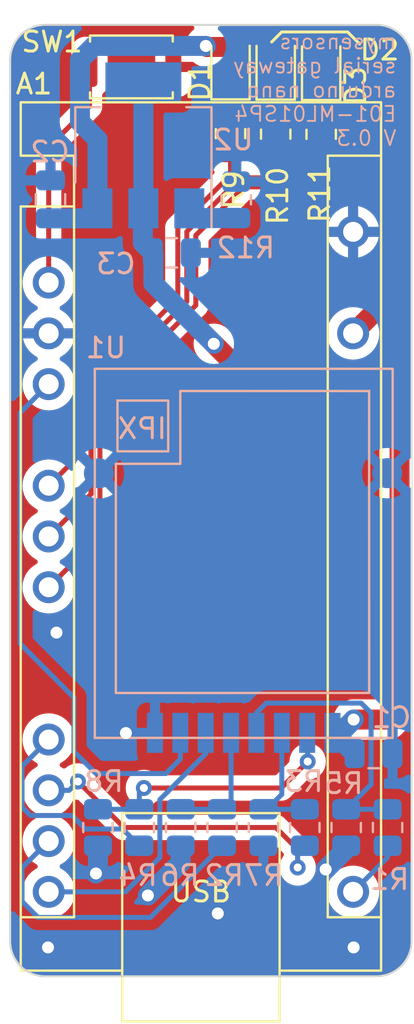
<source format=kicad_pcb>
(kicad_pcb (version 20221018) (generator pcbnew)

  (general
    (thickness 1.6)
  )

  (paper "A4")
  (layers
    (0 "F.Cu" signal)
    (31 "B.Cu" signal)
    (32 "B.Adhes" user "B.Adhesive")
    (33 "F.Adhes" user "F.Adhesive")
    (34 "B.Paste" user)
    (35 "F.Paste" user)
    (36 "B.SilkS" user "B.Silkscreen")
    (37 "F.SilkS" user "F.Silkscreen")
    (38 "B.Mask" user)
    (39 "F.Mask" user)
    (40 "Dwgs.User" user "User.Drawings")
    (41 "Cmts.User" user "User.Comments")
    (42 "Eco1.User" user "User.Eco1")
    (43 "Eco2.User" user "User.Eco2")
    (44 "Edge.Cuts" user)
    (45 "Margin" user)
    (46 "B.CrtYd" user "B.Courtyard")
    (47 "F.CrtYd" user "F.Courtyard")
    (48 "B.Fab" user)
    (49 "F.Fab" user)
    (50 "User.1" user)
    (51 "User.2" user)
    (52 "User.3" user)
    (53 "User.4" user)
    (54 "User.5" user)
    (55 "User.6" user)
    (56 "User.7" user)
    (57 "User.8" user)
    (58 "User.9" user)
  )

  (setup
    (stackup
      (layer "F.SilkS" (type "Top Silk Screen"))
      (layer "F.Paste" (type "Top Solder Paste"))
      (layer "F.Mask" (type "Top Solder Mask") (thickness 0.01))
      (layer "F.Cu" (type "copper") (thickness 0.035))
      (layer "dielectric 1" (type "core") (thickness 1.51) (material "FR4") (epsilon_r 4.5) (loss_tangent 0.02))
      (layer "B.Cu" (type "copper") (thickness 0.035))
      (layer "B.Mask" (type "Bottom Solder Mask") (thickness 0.01))
      (layer "B.Paste" (type "Bottom Solder Paste"))
      (layer "B.SilkS" (type "Bottom Silk Screen"))
      (copper_finish "None")
      (dielectric_constraints no)
    )
    (pad_to_mask_clearance 0)
    (pcbplotparams
      (layerselection 0x00010fc_ffffffff)
      (plot_on_all_layers_selection 0x0000000_00000000)
      (disableapertmacros false)
      (usegerberextensions false)
      (usegerberattributes true)
      (usegerberadvancedattributes true)
      (creategerberjobfile true)
      (dashed_line_dash_ratio 12.000000)
      (dashed_line_gap_ratio 3.000000)
      (svgprecision 6)
      (plotframeref false)
      (viasonmask false)
      (mode 1)
      (useauxorigin false)
      (hpglpennumber 1)
      (hpglpenspeed 20)
      (hpglpendiameter 15.000000)
      (dxfpolygonmode true)
      (dxfimperialunits true)
      (dxfusepcbnewfont true)
      (psnegative false)
      (psa4output false)
      (plotreference true)
      (plotvalue true)
      (plotinvisibletext false)
      (sketchpadsonfab false)
      (subtractmaskfromsilk false)
      (outputformat 1)
      (mirror false)
      (drillshape 0)
      (scaleselection 1)
      (outputdirectory "./ms_gw-nano-E01-ml01sp4-v0.3.gerber")
    )
  )

  (net 0 "")
  (net 1 "inclusion")
  (net 2 "GND")
  (net 3 "ledgreen")
  (net 4 "ledyellow")
  (net 5 "ledred")
  (net 6 "miso")
  (net 7 "ce-nano")
  (net 8 "csn-nano")
  (net 9 "mosi-nano")
  (net 10 "sck-nano")
  (net 11 "sck-e01")
  (net 12 "mosi-e01")
  (net 13 "csn-e01")
  (net 14 "ce-e01")
  (net 15 "irq")
  (net 16 "+5V")
  (net 17 "+3.3VP")
  (net 18 "Net-(D1-K)")
  (net 19 "Net-(D2-K)")
  (net 20 "Net-(D3-K)")
  (net 21 "Net-(U2-GND)")

  (footprint "Resistor_SMD:R_0805_2012Metric" (layer "F.Cu") (at 128.575636 84.020711 90))

  (footprint "Button_Switch_SMD:SW_Push_SPST_NO_Alps_SKRK" (layer "F.Cu") (at 119.075636 80.65 180))

  (footprint "LED_SMD:LED_0805_2012Metric" (layer "F.Cu") (at 124.038048 80.588243 90))

  (footprint "LED_SMD:LED_0805_2012Metric" (layer "F.Cu") (at 128.575636 80.620711 90))

  (footprint "Resistor_SMD:R_0805_2012Metric" (layer "F.Cu") (at 126.3 84.0125 90))

  (footprint "Resistor_SMD:R_0805_2012Metric" (layer "F.Cu") (at 124.038048 83.988243 90))

  (footprint "Module:Arduino_Nano" (layer "F.Cu") (at 114.935 86.36))

  (footprint "LED_SMD:LED_0805_2012Metric" (layer "F.Cu") (at 126.3 80.6 90))

  (footprint "Package_TO_SOT_SMD:SOT-223-3_TabPin2" (layer "B.Cu") (at 119.675 84.575 90))

  (footprint "Capacitor_SMD:C_0805_2012Metric" (layer "B.Cu") (at 131.2 115))

  (footprint "Resistor_SMD:R_0805_2012Metric" (layer "B.Cu") (at 119.471428 118.7 90))

  (footprint "Resistor_SMD:R_0805_2012Metric" (layer "B.Cu") (at 121.542856 118.7 -90))

  (footprint "Resistor_SMD:R_0805_2012Metric" (layer "B.Cu") (at 125.685712 118.7 -90))

  (footprint "Resistor_SMD:R_0805_2012Metric" (layer "B.Cu") (at 117.4 118.7 -90))

  (footprint "Resistor_SMD:R_0805_2012Metric" (layer "B.Cu") (at 131.9 118.7 90))

  (footprint "My footprints:E01-MLSP4" (layer "B.Cu") (at 124.7 103.825))

  (footprint "Resistor_SMD:R_0805_2012Metric" (layer "B.Cu") (at 129.828568 118.7 -90))

  (footprint "Capacitor_SMD:C_0805_2012Metric" (layer "B.Cu") (at 121.1 89.95 180))

  (footprint "Resistor_SMD:R_0805_2012Metric" (layer "B.Cu") (at 123.614284 118.7 90))

  (footprint "Resistor_SMD:R_0805_2012Metric" (layer "B.Cu") (at 124.325 87.3 90))

  (footprint "Resistor_SMD:R_0805_2012Metric" (layer "B.Cu") (at 127.75714 118.7 90))

  (footprint "Capacitor_SMD:C_0805_2012Metric" (layer "B.Cu") (at 115.025 87.275 90))

  (gr_line (start 129.9 78.9) (end 126.6 78.9)
    (stroke (width 0.15) (type default)) (layer "F.SilkS") (tstamp 1561ea05-12ae-48dd-8ffa-e96b8bf80524))
  (gr_line (start 130.5 79.5) (end 129.9 78.9)
    (stroke (width 0.15) (type default)) (layer "F.SilkS") (tstamp 3f9b78f3-5d2a-41da-9682-8760ab3bf432))
  (gr_line (start 126.6 78.9) (end 126.1 79.4)
    (stroke (width 0.15) (type default)) (layer "F.SilkS") (tstamp 6f9150c6-c5f1-4ea1-9ed2-be8e0c07a0ec))
  (gr_arc (start 133.09903 124.388444) (mid 132.585522 125.628066) (end 131.345892 126.141582)
    (stroke (width 0.1) (type solid)) (layer "Edge.Cuts") (tstamp 074099aa-b7a9-48dc-a010-51f5f8754a6f))
  (gr_line (start 133.09903 80.3) (end 133.09903 124.388444)
    (stroke (width 0.1) (type solid)) (layer "Edge.Cuts") (tstamp 25107f2c-95cb-45a6-bacc-244954affcc0))
  (gr_arc (start 114.760548 126.141582) (mid 113.520921 125.628073) (end 113.00741 124.388444)
    (stroke (width 0.1) (type solid)) (layer "Edge.Cuts") (tstamp 6f37eef5-40dc-446d-b057-3aaf8162fd5d))
  (gr_line (start 131.345892 126.141582) (end 114.760548 126.141582)
    (stroke (width 0.1) (type solid)) (layer "Edge.Cuts") (tstamp 7f5cd998-4420-4a6c-940a-15b16a642e0f))
  (gr_line (start 131.345854 78.5469) (end 114.76051 78.5469)
    (stroke (width 0.1) (type solid)) (layer "Edge.Cuts") (tstamp 8ed3625a-c1ad-4e4a-ac5a-7866f9ecafb4))
  (gr_arc (start 131.345854 78.5469) (mid 132.585468 79.0604) (end 133.098992 80.300038)
    (stroke (width 0.1) (type solid)) (layer "Edge.Cuts") (tstamp b98818a6-da1c-4f74-9049-97f55a58aa23))
  (gr_arc (start 113.00741 80.3) (mid 113.520881 79.060371) (end 114.76051 78.5469)
    (stroke (width 0.1) (type solid)) (layer "Edge.Cuts") (tstamp c4dcddac-df98-4f9d-b1c6-4f24245d4fc9))
  (gr_line (start 113.00741 80.3) (end 113.00741 124.388444)
    (stroke (width 0.1) (type solid)) (layer "Edge.Cuts") (tstamp e99b37f9-d8cf-49a3-a805-a3ed849a5742))
  (gr_text "mysensors\nserial gateway\narduino nano\nE01-ML01SP4\nV 0.3" (at 132.4 81.8) (layer "B.SilkS") (tstamp 2a95e0c2-76ee-49fa-8448-b44737b49875)
    (effects (font (size 0.75 0.75) (thickness 0.09375)) (justify left mirror))
  )

  (segment (start 114.935 84.665) (end 114.935 91.44) (width 0.25) (layer "F.Cu") (net 1) (tstamp 7f1348f3-080e-4e43-b698-9d1a56c87449))
  (segment (start 116.975636 80.175636) (end 116.975636 82.624364) (width 0.25) (layer "F.Cu") (net 1) (tstamp 80a000d8-38a8-4e17-a08e-4b3678662ec2))
  (segment (start 116.975636 82.624364) (end 114.935 84.665) (width 0.25) (layer "F.Cu") (net 1) (tstamp 9b706983-0144-41ff-b596-adf4699d3227))
  (via (at 115.325 108.95) (size 1) (drill 0.6) (layers "F.Cu" "B.Cu") (free) (net 2) (tstamp 2e682135-7a26-4b35-9880-519111683bfa))
  (via (at 118.8 113.975) (size 1) (drill 0.6) (layers "F.Cu" "B.Cu") (free) (net 2) (tstamp 3b137b70-cad9-4db9-8c3c-b772256d01ec))
  (via (at 128.8 120.8) (size 1) (drill 0.6) (layers "F.Cu" "B.Cu") (net 2) (tstamp 3f965e4f-7649-477c-966d-3793a5ecdebc))
  (via (at 123.4 123) (size 1) (drill 0.6) (layers "F.Cu" "B.Cu") (free) (net 2) (tstamp 4d1d99cb-7b21-4bec-97bd-76a4e5598be4))
  (via (at 119.9 122.1) (size 1) (drill 0.6) (layers "F.Cu" "B.Cu") (net 2) (tstamp 6a70be50-56aa-4d88-b274-50dfec412cb9))
  (via (at 114.9 124.7) (size 1) (drill 0.6) (layers "F.Cu" "B.Cu") (free) (net 2) (tstamp 6faba7a1-481d-4c8e-8470-ec59b9dd739c))
  (via (at 130.2 124.7) (size 1) (drill 0.6) (layers "F.Cu" "B.Cu") (free) (net 2) (tstamp a6659fc6-5371-4dcf-a973-d54d6b57c6cf))
  (via (at 117.3 121) (size 1) (drill 0.6) (layers "F.Cu" "B.Cu") (net 2) (tstamp f56d3910-472f-4090-838f-f88aa7d84bf8))
  (segment (start 121.542856 120.457144) (end 121.542856 119.6125) (width 1) (layer "B.Cu") (net 2) (tstamp 22dc1592-545d-4c04-b644-0a794f94c065))
  (segment (start 129.88571 119.71429) (end 128.8 120.8) (width 1) (layer "B.Cu") (net 2) (tstamp 3a201868-b953-4fcb-9e13-70864100e39c))
  (segment (start 117.4 119.6125) (end 117.4 120.9) (width 1) (layer "B.Cu") (net 2) (tstamp 3b19397f-ed5a-4e49-b350-228a503d860c))
  (segment (start 117.4 120.9) (end 117.3 121) (width 1) (layer "B.Cu") (net 2) (tstamp 650614f3-e5b4-4221-a8f8-10d4cee64363))
  (segment (start 119.9 122.1) (end 121.542856 120.457144) (width 1) (layer "B.Cu") (net 2) (tstamp 9a5222dd-a988-4a8a-b95b-df2f177037a5))
  (segment (start 129.88571 119.6125) (end 129.88571 119.71429) (width 0.25) (layer "B.Cu") (net 2) (tstamp b8d8effd-e5f8-46a8-b977-50945803d728))
  (segment (start 130.075 88.88) (end 130.03 88.88) (width 1) (layer "B.Cu") (net 2) (tstamp e40166c5-eebf-496b-bb04-f8f8e0504de4))
  (segment (start 116.6 94.827208) (end 117.227208 94.2) (width 0.25) (layer "F.Cu") (net 3) (tstamp 0160a9ff-df02-46c7-b55f-9630c1d3de81))
  (segment (start 117.227208 94.2) (end 119.4 94.2) (width 0.25) (layer "F.Cu") (net 3) (tstamp 1bbf61e1-d577-4bf0-8e8a-f79c4d260677))
  (segment (start 119.4 94.2) (end 121.4 92.2) (width 0.25) (layer "F.Cu") (net 3) (tstamp 2f0f816b-c344-4e20-915b-da45966bacbb))
  (segment (start 124.038048 86.061952) (end 124.038048 84.900743) (width 0.25) (layer "F.Cu") (net 3) (tstamp 866662cf-5b80-4e7e-ad31-8406672bc61f))
  (segment (start 114.935 101.6) (end 116.6 99.935) (width 0.25) (layer "F.Cu") (net 3) (tstamp 990d5192-bf32-4261-acf7-0b975090e8a0))
  (segment (start 121.4 88.7) (end 124.038048 86.061952) (width 0.25) (layer "F.Cu") (net 3) (tstamp b99a41d5-1bb5-4a82-8152-9118afa5f9bc))
  (segment (start 116.6 99.935) (end 116.6 94.827208) (width 0.25) (layer "F.Cu") (net 3) (tstamp eef2d038-cd55-4335-b710-4aa7e802e0ba))
  (segment (start 121.4 92.2) (end 121.4 88.7) (width 0.25) (layer "F.Cu") (net 3) (tstamp f640c629-91c2-48b0-9e76-1c197638b381))
  (segment (start 117.413604 94.65) (end 119.586396 94.65) (width 0.25) (layer "F.Cu") (net 4) (tstamp 046276f6-ff19-430c-8473-0b463a8d0d1b))
  (segment (start 119.586396 94.65) (end 121.85 92.386396) (width 0.25) (layer "F.Cu") (net 4) (tstamp 04c80706-9059-45ba-bfb1-0e6f3cf0e680))
  (segment (start 117.05 95.013604) (end 117.413604 94.65) (width 0.25) (layer "F.Cu") (net 4) (tstamp 15034652-394c-456d-aeee-4773ac265d69))
  (segment (start 126.3 85.7) (end 126.3 84.925) (width 0.25) (layer "F.Cu") (net 4) (tstamp 19d92d72-3f86-4bdd-9869-6d587f58b220))
  (segment (start 114.935 104.14) (end 117.05 102.025) (width 0.25) (layer "F.Cu") (net 4) (tstamp 27ab8463-49e4-4335-9c49-a1a0337ddb93))
  (segment (start 125.8 86.2) (end 126.3 85.7) (width 0.25) (layer "F.Cu") (net 4) (tstamp 9f4635c3-c0cb-43e1-bed1-fd4973b595c4))
  (segment (start 121.85 88.886396) (end 124.536396 86.2) (width 0.25) (layer "F.Cu") (net 4) (tstamp adeff8e8-55b1-48ab-b294-a9b680c0b285))
  (segment (start 121.85 92.386396) (end 121.85 88.886396) (width 0.25) (layer "F.Cu") (net 4) (tstamp b8a00737-3caa-42bd-a71b-a4708fdad8ab))
  (segment (start 124.536396 86.2) (end 125.8 86.2) (width 0.25) (layer "F.Cu") (net 4) (tstamp f4d1acdd-2f7c-49db-8f7f-a7f0d0658ae7))
  (segment (start 117.05 102.025) (end 117.05 95.013604) (width 0.25) (layer "F.Cu") (net 4) (tstamp fb18bed5-af37-47fd-b739-c700063e55a9))
  (segment (start 122.3 89.072792) (end 122.3 92.572792) (width 0.25) (layer "F.Cu") (net 5) (tstamp 341b40f0-5f46-4d10-b82b-9fd482db3848))
  (segment (start 124.722792 86.65) (end 122.3 89.072792) (width 0.25) (layer "F.Cu") (net 5) (tstamp 36502452-ac0a-4bcc-a850-97c590079505))
  (segment (start 117.5 104.115) (end 114.935 106.68) (width 0.25) (layer "F.Cu") (net 5) (tstamp 42015742-1f3f-46eb-a04a-40643f7b94d3))
  (segment (start 128.575636 85.824364) (end 127.75 86.65) (width 0.25) (layer "F.Cu") (net 5) (tstamp 5bd79e8d-4289-472e-9174-2947ea11561c))
  (segment (start 119.772792 95.1) (end 117.6 95.1) (width 0.25) (layer "F.Cu") (net 5) (tstamp 5e4cdcef-f06d-45b9-9c8d-6eab9b18f33f))
  (segment (start 122.3 92.572792) (end 119.772792 95.1) (width 0.25) (layer "F.Cu") (net 5) (tstamp 694951d6-259d-4163-b6cb-ce6bb35f7864))
  (segment (start 117.6 95.1) (end 117.5 95.2) (width 0.25) (layer "F.Cu") (net 5) (tstamp 6da0a0bd-7978-46c7-a34e-9d9539cf6971))
  (segment (start 117.5 95.2) (end 117.5 104.115) (width 0.25) (layer "F.Cu") (net 5) (tstamp a3c140eb-d840-43b1-a1ea-b508e352fd70))
  (segment (start 128.575636 84.933211) (end 128.575636 85.824364) (width 0.25) (layer "F.Cu") (net 5) (tstamp b85d575e-05e6-4d04-92e7-4b513ce35b01))
  (segment (start 127.75 86.65) (end 124.722792 86.65) (width 0.25) (layer "F.Cu") (net 5) (tstamp e7f88a9b-61e9-447e-8011-b1ad54a7bdbd))
  (segment (start 120.5 117.304683) (end 120.5 120.2) (width 0.25) (layer "B.Cu") (net 6) (tstamp 126d4719-72f6-481f-acc4-2924114f9f38))
  (segment (start 118.78 121.92) (end 114.935 121.92) (width 0.25) (layer "B.Cu") (net 6) (tstamp 33ca8cf1-3c40-4e88-ba48-bd19cde55ed9))
  (segment (start 122.795786 113.965336) (end 122.795786 115.008897) (width 0.25) (layer "B.Cu") (net 6) (tstamp 4ab6d995-b89d-4928-a090-a9df7e0964c5))
  (segment (start 122.795786 115.008897) (end 120.5 117.304683) (width 0.25) (layer "B.Cu") (net 6) (tstamp 7b5bcd57-34fd-4df9-ae89-88a6fda318e3))
  (segment (start 120.5 120.2) (end 118.78 121.92) (width 0.25) (layer "B.Cu") (net 6) (tstamp eb02b509-b633-44cc-a91a-e9a8e1f2048b))
  (segment (start 118.633928 118.775) (end 119.471428 119.6125) (width 0.25) (layer "B.Cu") (net 7) (tstamp 0b44b956-3e19-4dbb-8518-ef1220b64be7))
  (segment (start 113.6 117.675991) (end 114.024009 118.1) (width 0.25) (layer "B.Cu") (net 7) (tstamp 137bce26-ca39-4c7f-870a-8a92ff5fb4ff))
  (segment (start 114.935 114.3) (end 113.6 115.635) (width 0.25) (layer "B.Cu") (net 7) (tstamp 27549940-9252-49b1-82b8-f35e1d128c2f))
  (segment (start 116.775 118.775) (end 118.633928 118.775) (width 0.25) (layer "B.Cu") (net 7) (tstamp 6dee308d-890e-4250-95cf-b6e3a65350af))
  (segment (start 116.1 118.1) (end 116.775 118.775) (width 0.25) (layer "B.Cu") (net 7) (tstamp 8287aa14-14a0-48bd-9be4-1fb5abbc54ac))
  (segment (start 114.024009 118.1) (end 116.1 118.1) (width 0.25) (layer "B.Cu") (net 7) (tstamp d7d43f40-45d0-4d35-810a-6d72596fdcf1))
  (segment (start 113.6 115.635) (end 113.6 117.675991) (width 0.25) (layer "B.Cu") (net 7) (tstamp e2e40cfd-f0df-4c3c-ab5f-f667114be823))
  (segment (start 126.3 118.7) (end 127.4 119.8) (width 0.25) (layer "F.Cu") (net 8) (tstamp 17724441-5108-42c7-9b10-c0dcbcef4ad2))
  (segment (start 116.4 116.4) (end 118.7 118.7) (width 0.25) (layer "F.Cu") (net 8) (tstamp 23a1e2c3-20a9-4ebb-acff-557fcccb6e4a))
  (segment (start 127.4 119.8) (end 127.4 120.7) (width 0.25) (layer "F.Cu") (net 8) (tstamp 2b3b4bfe-d921-472a-b011-af80ce0f335a))
  (segment (start 118.7 118.7) (end 126.3 118.7) (width 0.25) (layer "F.Cu") (net 8) (tstamp f636fde8-da9d-4725-a0d9-256218e2885e))
  (via (at 127.4 120.7) (size 0.8) (drill 0.4) (layers "F.Cu" "B.Cu") (net 8) (tstamp 0b585ab8-57ae-4963-8fdc-dc92c91bcbbe))
  (via (at 116.4 116.4) (size 0.8) (drill 0.4) (layers "F.Cu" "B.Cu") (net 8) (tstamp ef41d801-0196-4526-9234-370eee116156))
  (segment (start 114.935 116.84) (end 115.96 116.84) (width 0.25) (layer "B.Cu") (net 8) (tstamp 5cc9d961-8a9c-4228-927c-e61809e0721c))
  (segment (start 127.4 119.96964) (end 127.75714 119.6125) (width 0.25) (layer "B.Cu") (net 8) (tstamp 9a086f8b-b66f-4057-b609-9ed0b77cd161))
  (segment (start 115.96 116.84) (end 116.4 116.4) (width 0.25) (layer "B.Cu") (net 8) (tstamp c734b7d8-d7ed-4d59-9065-6f4c6e321fef))
  (segment (start 127.4 120.7) (end 127.4 119.96964) (width 0.25) (layer "B.Cu") (net 8) (tstamp e81d3947-cd78-4b9d-8d4c-b80f2ffbf64e))
  (segment (start 114.935 119.38) (end 113.6 120.715) (width 0.25) (layer "B.Cu") (net 9) (tstamp 329acf9e-0c3e-4391-98bb-bf11ae1a0c7c))
  (segment (start 120.026784 123.2) (end 123.614284 119.6125) (width 0.25) (layer "B.Cu") (net 9) (tstamp 84ee1c6b-0e5f-401f-b2f8-304446c75d78))
  (segment (start 113.6 120.715) (end 113.6 122.4) (width 0.25) (layer "B.Cu") (net 9) (tstamp 94f5a4ee-3a4d-4d5c-8fcc-cb51d2891bc5))
  (segment (start 114.4 123.2) (end 120.026784 123.2) (width 0.25) (layer "B.Cu") (net 9) (tstamp a569a2fb-9b2a-4f4c-9928-8f50f6def325))
  (segment (start 113.6 122.4) (end 114.4 123.2) (width 0.25) (layer "B.Cu") (net 9) (tstamp f331b480-2d46-4aa7-83a2-02947ec35e05))
  (segment (start 131.9 119.6125) (end 131.9 120.195) (width 0.25) (layer "B.Cu") (net 10) (tstamp 06529067-4307-4827-aae8-9b8e416157c2))
  (segment (start 131.9 120.195) (end 130.175 121.92) (width 0.25) (layer "B.Cu") (net 10) (tstamp 65e7170c-0d1c-4056-89a1-a328450f1163))
  (segment (start 131.075 112.975) (end 130.575 112.475) (width 0.25) (layer "B.Cu") (net 11) (tstamp 287ed573-8596-4ead-ba39-e24febecc00d))
  (segment (start 125.825 112.475) (end 125.335786 112.964214) (width 0.25) (layer "B.Cu") (net 11) (tstamp 9083b400-a49d-4309-9f5b-19f962da7cd0))
  (segment (start 131.075 116.541068) (end 131.075 112.975) (width 0.25) (layer "B.Cu") (net 11) (tstamp 9dd26b03-daaa-4f3c-89ad-5f4d2a89f529))
  (segment (start 130.575 112.475) (end 125.825 112.475) (width 0.25) (layer "B.Cu") (net 11) (tstamp aba1d5dd-08ef-417d-a1d4-62a8fe043966))
  (segment (start 129.88571 117.7875) (end 131.9 117.7875) (width 0.25) (layer "B.Cu") (net 11) (tstamp b600147c-9ed9-47f2-b5dc-9a69d5df070a))
  (segment (start 125.335786 112.964214) (end 125.335786 113.965336) (width 0.25) (layer "B.Cu") (net 11) (tstamp e9311cce-fed4-47b2-af18-194ba10458b2))
  (segment (start 129.828568 117.7875) (end 131.075 116.541068) (width 0.25) (layer "B.Cu") (net 11) (tstamp f78606e8-284e-4cc7-ba14-ea51b88f961d))
  (segment (start 121.82857 117.7875) (end 123.842855 117.7875) (width 0.25) (layer "B.Cu") (net 12) (tstamp 2e6f0455-2a6d-47ae-a4a4-86b8cb6c3493))
  (segment (start 124.065786 117.564569) (end 124.065786 113.965336) (width 0.25) (layer "B.Cu") (net 12) (tstamp b4539f3e-002a-44d4-937a-f37d2a25480f))
  (segment (start 123.842855 117.7875) (end 124.065786 117.564569) (width 0.25) (layer "B.Cu") (net 12) (tstamp d107b066-0526-49fa-bcf6-9bd64f03fa5b))
  (segment (start 126.605786 117.038854) (end 125.85714 117.7875) (width 0.25) (layer "B.Cu") (net 13) (tstamp 03ae5818-2f69-4811-936d-62c5a380c4c0))
  (segment (start 126.605786 113.965336) (end 126.605786 117.038854) (width 0.25) (layer "B.Cu") (net 13) (tstamp 192e82c6-46f3-4a39-89fb-451baa2e85bc))
  (segment (start 125.85714 117.7875) (end 127.871425 117.7875) (width 0.25) (layer "B.Cu") (net 13) (tstamp 37c11e61-6431-479c-923f-556fb1241658))
  (segment (start 127.9 115.4) (end 126.5755 116.7245) (width 0.25) (layer "F.Cu") (net 14) (tstamp 0af14b06-0e63-4eb6-9d8e-67d6516100c1))
  (segment (start 126.5755 116.7245) (end 119.7 116.7245) (width 0.25) (layer "F.Cu") (net 14) (tstamp 3feb0380-ad21-45a3-85c3-87242ac50ff9))
  (via (at 119.7 116.7245) (size 0.8) (drill 0.4) (layers "F.Cu" "B.Cu") (net 14) (tstamp 60794d40-a752-40e3-8c32-de35800a9109))
  (via (at 127.9 115.4) (size 0.8) (drill 0.4) (layers "F.Cu" "B.Cu") (net 14) (tstamp 8773011c-e3dd-47a3-b274-619929ee2798))
  (segment (start 117.8 117.7875) (end 119.814285 117.7875) (width 0.25) (layer "B.Cu") (net 14) (tstamp 14ea95d2-7474-4afd-8259-838c8be04bfc))
  (segment (start 127.9 113.98955) (end 127.875786 113.965336) (width 0.25) (layer "B.Cu") (net 14) (tstamp 1aab7d0c-c051-4f6f-9155-eee42db8a6d2))
  (segment (start 127.9 115.4) (end 127.9 113.98955) (width 0.25) (layer "B.Cu") (net 14) (tstamp 3b8f4324-9878-42bb-ba0a-079de1b03e3b))
  (segment (start 119.471428 116.953072) (end 119.7 116.7245) (width 0.25) (layer "B.Cu") (net 14) (tstamp 9becae59-bfdb-47ca-979d-d4dd47f202eb))
  (segment (start 119.471428 117.7875) (end 119.471428 116.953072) (width 0.25) (layer "B.Cu") (net 14) (tstamp f15cf70b-9c30-4642-b5c0-7849592c107f))
  (segment (start 113.5 109.5) (end 116.2 112.2) (width 0.25) (layer "B.Cu") (net 15) (tstamp 0c4a9a4d-0547-4474-ab21-7905bb527a06))
  (segment (start 117.3 116) (end 120.8 116) (width 0.25) (layer "B.Cu") (net 15) (tstamp 305f474b-4108-4787-b086-04ce3edb4d41))
  (segment (start 114.935 96.52) (end 113.5 97.955) (width 0.25) (layer "B.Cu") (net 15) (tstamp 353242ab-5ac1-42c2-9cbd-f2d43c011b83))
  (segment (start 113.5 97.955) (end 113.5 109.5) (width 0.25) (layer "B.Cu") (net 15) (tstamp 8b094cc4-a298-4c5b-8691-db456f10997f))
  (segment (start 116.2 112.2) (end 116.2 114.9) (width 0.25) (layer "B.Cu") (net 15) (tstamp a7319555-9ab2-4faf-8011-b87060fba31f))
  (segment (start 116.2 114.9) (end 117.3 116) (width 0.25) (layer "B.Cu") (net 15) (tstamp b4809189-1697-4841-bb98-7df4b6f16253))
  (segment (start 121.525786 115.274214) (end 121.525786 113.965336) (width 0.25) (layer "B.Cu") (net 15) (tstamp fdd9851b-5e6c-4078-aede-2d216e86c056))
  (segment (start 120.8 116) (end 121.525786 115.274214) (width 0.25) (layer "B.Cu") (net 15) (tstamp ff801d27-6336-4996-a770-1e7d63a43569))
  (segment (start 132.225 82.025) (end 129.8625 79.6625) (width 1) (layer "F.Cu") (net 16) (tstamp 1d7d2f91-5b3c-4b75-8783-51ec0f679f44))
  (segment (start 130.175 93.98) (end 132.225 91.93) (width 1) (layer "F.Cu") (net 16) (tstamp 28c9333b-ed79-4a85-b51e-43df5aa31710))
  (segment (start 125.3 79.6625) (end 124.025636 79.6625) (width 1) (layer "F.Cu") (net 16) (tstamp 31734fc5-9a84-4db0-b3ad-09011a6d09f7))
  (segment (start 132.225 91.93) (end 132.225 82.025) (width 1) (layer "F.Cu") (net 16) (tstamp 6bbf5188-00e4-4557-9dec-ad68b5d23f47))
  (segment (start 125.3 79.6625) (end 124.049805 79.6625) (width 1) (layer "F.Cu") (net 16) (tstamp 6c09ebed-7b97-4a0f-92c4-dd83196cbded))
  (segment (start 124.038048 79.650743) (end 122.850743 79.650743) (width 1) (layer "F.Cu") (net 16) (tstamp 7d97c97f-3157-4e08-af2d-f6e8675a1324))
  (segment (start 129.8625 79.6625) (end 125.3 79.6625) (width 1) (layer "F.Cu") (net 16) (tstamp 914a0df0-ba61-4301-ad7e-e655d8f064b5))
  (segment (start 124.049805 79.6625) (end 124.038048 79.650743) (width 1) (layer "F.Cu") (net 16) (tstamp eb0c5a46-0097-48aa-bcfa-9f8aa6bb4976))
  (segment (start 122.850743 79.650743) (end 122.8 79.6) (width 1) (layer "F.Cu") (net 16) (tstamp ef7e2c72-8418-431a-8abe-f8f4b32c835a))
  (via (at 122.8 79.6) (size 1) (drill 0.6) (layers "F.Cu" "B.Cu") (net 16) (tstamp 91a5adb4-8a21-4db9-be47-ab9d0bd2399f))
  (segment (start 116.5 83.4) (end 117.375 84.275) (width 1) (layer "B.Cu") (net 16) (tstamp 01ad57c2-c5b7-4706-9eda-a74d404252e1))
  (segment (start 116.775 88.225) (end 115.025 88.225) (width 1) (layer "B.Cu") (net 16) (tstamp 1d36872f-4237-4263-9e00-8ee1181cdf69))
  (segment (start 116.5 80.3) (end 116.5 83.4) (width 1) (layer "B.Cu") (net 16) (tstamp 56ed1869-be2b-48d0-8dff-732f98ddcb00))
  (segment (start 117.2 79.6) (end 116.5 80.3) (width 1) (layer "B.Cu") (net 16) (tstamp 8b37f715-8651-4296-8bf2-274ca6be8ff7))
  (segment (start 122.8 79.6) (end 117.2 79.6) (width 1) (layer "B.Cu") (net 16) (tstamp 90e00a75-0e64-4731-8951-3e3e0c9d30e0))
  (segment (start 117.375 84.275) (end 117.375 87.725) (width 1) (layer "B.Cu") (net 16) (tstamp ae5a6ef5-5d73-40bf-9bf6-c9c15f7f80fd))
  (segment (start 132 95.9) (end 132.5 96.4) (width 1) (layer "F.Cu") (net 17) (tstamp 159e44f6-330a-4f52-a67b-b043ed0e7781))
  (segment (start 131.9 113.3) (end 130.2 113.3) (width 1) (layer "F.Cu") (net 17) (tstamp 2d4f2acf-1cdc-436c-888a-a296fa38fd71))
  (segment (start 132.5 96.4) (end 132.5 112.7) (width 1) (layer "F.Cu") (net 17) (tstamp 84ade0fa-2ca5-4781-b48a-64d67488f8cb))
  (segment (start 124.6 95.9) (end 132 95.9) (width 1) (layer "F.Cu") (net 17) (tstamp 937109cd-55a8-4ee1-ae72-d3c7114e2c11))
  (segment (start 123.2 94.5) (end 124.6 95.9) (width 1) (layer "F.Cu") (net 17) (tstamp a4db7472-a2ca-4344-8654-0fb2d992fc69))
  (segment (start 132.5 112.7) (end 131.9 113.3) (width 1) (layer "F.Cu") (net 17) (tstamp fa5e9629-9b52-45da-9c12-747aa48d7705))
  (via (at 130.2 113.3) (size 1) (drill 0.6) (layers "F.Cu" "B.Cu") (net 17) (tstamp 3dad018b-67c1-4db9-9df7-1bed45a3929e))
  (via (at 123.2 94.5) (size 1) (drill 0.6) (layers "F.Cu" "B.Cu") (net 17) (tstamp fe7732c8-2c99-47b2-bcab-835f55c73ede))
  (segment (start 129.534664 113.965336) (end 130.2 113.3) (width 1) (layer "B.Cu") (net 17) (tstamp 02bebf32-31e3-4de1-8a54-e8a32b7eb218))
  (segment (start 120.175 91.475) (end 123.2 94.5) (width 1) (layer "B.Cu") (net 17) (tstamp 26112847-2784-4718-b7c6-755aa42d9d4c))
  (segment (start 119.65 89.45) (end 119.65 87.75) (width 1) (layer "B.Cu") (net 17) (tstamp 461e82d0-72cb-4709-87df-102c631dbe2d))
  (segment (start 130.25 115) (end 129.534664 114.284664) (width 1) (layer "B.Cu") (net 17) (tstamp 53e899c9-5307-4cf8-8dad-5003a06383ff))
  (segment (start 120.15 89.95) (end 119.65 89.45) (width 1) (layer "B.Cu") (net 17) (tstamp 845bd616-88eb-4734-a780-6ba9f4265781))
  (segment (start 119.65 87.75) (end 119.675 87.725) (width 1) (layer "B.Cu") (net 17) (tstamp 982d9ad9-6333-45e6-a1f8-0c5e00f29b87))
  (segment (start 119.675 81.425) (end 119.675 87.725) (width 1) (layer "B.Cu") (net 17) (tstamp 9a0b8a05-e736-478e-a12d-0a0ecb39e492))
  (segment (start 129.534664 114.284664) (end 129.534664 113.965336) (width 1) (layer "B.Cu") (net 17) (tstamp a5f330c5-39e9-41c6-b02f-eaad84840a18))
  (segment (start 120.175 89.975) (end 120.175 91.475) (width 1) (layer "B.Cu") (net 17) (tstamp ca41de2c-4193-44f0-8938-ad22b044bbcf))
  (segment (start 120.15 89.95) (end 120.175 89.975) (width 1) (layer "B.Cu") (net 17) (tstamp daa4dcae-ef08-4a64-b9e5-aa8385ceb368))
  (segment (start 124.025636 81.5375) (end 124.025636 83.0875) (width 0.25) (layer "F.Cu") (net 18) (tstamp 72b6834f-ff8b-40aa-baf5-42a8fcc8607e))
  (segment (start 126.325636 81.5375) (end 126.325636 83.1) (width 0.25) (layer "F.Cu") (net 19) (tstamp 33710783-136c-4122-871b-fc6972eb619d))
  (segment (start 128.625636 81.5375) (end 128.625636 83.0875) (width 0.25) (layer "F.Cu") (net 20) (tstamp 686d43de-f2ae-4170-b7cc-5b5b2c080402))
  (segment (start 121.975 87.725) (end 122.5 88.25) (width 1) (layer "B.Cu") (net 21) (tstamp 91506ed6-66d7-4ed8-b0d5-140456376702))
  (segment (start 122.5 88.25) (end 122.7 88.25) (width 1) (layer "B.Cu") (net 21) (tstamp 9a641d16-9fb3-41d8-8c17-8d5d53989077))
  (segment (start 122.7375 88.2125) (end 124.325 88.2125) (width 1) (layer "B.Cu") (net 21) (tstamp a9341483-73b9-4360-816b-ec27ad97583b))
  (segment (start 122.7 88.25) (end 122.7375 88.2125) (width 1) (layer "B.Cu") (net 21) (tstamp e0c25459-60d0-46e8-9d0f-bfbf9e001c81))

  (zone (net 2) (net_name "GND") (layer "F.Cu") (tstamp 191ab170-7d67-4d89-86ce-bff1ea4ec502) (hatch edge 0.508)
    (connect_pads (clearance 0.508))
    (min_thickness 0.254) (filled_areas_thickness no)
    (fill yes (thermal_gap 0.508) (thermal_bridge_width 0.508))
    (polygon
      (pts
        (xy 133.072 126.13)
        (xy 112.938 126.13)
        (xy 112.938 78.576)
        (xy 133.072 78.576)
      )
    )
    (filled_polygon
      (layer "F.Cu")
      (pts
        (xy 122.165288 78.590878)
        (xy 122.210657 78.631998)
        (xy 122.231285 78.68965)
        (xy 122.222301 78.750218)
        (xy 122.185825 78.799399)
        (xy 122.083434 78.883428)
        (xy 122.007892 78.975477)
        (xy 121.957405 79.036996)
        (xy 121.923998 79.099497)
        (xy 121.923997 79.099498)
        (xy 121.923995 79.0995)
        (xy 121.883731 79.174828)
        (xy 121.83725 79.223587)
        (xy 121.772293 79.241431)
        (xy 121.707426 79.22326)
        (xy 121.668342 79.199633)
        (xy 121.504191 79.148481)
        (xy 121.432862 79.142)
        (xy 121.429636 79.142)
        (xy 121.429636 80.396)
        (xy 122.124049 80.396)
        (xy 122.166497 80.403366)
        (xy 122.203983 80.424601)
        (xy 122.287738 80.493338)
        (xy 122.416592 80.562211)
        (xy 122.462939 80.586984)
        (xy 122.55799 80.615817)
        (xy 122.653041 80.644651)
        (xy 122.863093 80.66534)
        (xy 122.862722 80.669105)
        (xy 122.90868 80.677437)
        (xy 122.959944 80.72376)
        (xy 122.979073 80.790152)
        (xy 122.960314 80.856649)
        (xy 122.895386 80.961914)
        (xy 122.840074 81.128835)
        (xy 122.840074 81.128839)
        (xy 122.829671 81.23067)
        (xy 122.829548 81.231872)
        (xy 122.829548 81.819613)
        (xy 122.832865 81.852081)
        (xy 122.840074 81.922647)
        (xy 122.870955 82.015839)
        (xy 122.895388 82.089575)
        (xy 122.978509 82.224335)
        (xy 122.997268 82.290481)
        (xy 122.978509 82.356627)
        (xy 122.895934 82.490501)
        (xy 122.885174 82.522973)
        (xy 122.840161 82.658817)
        (xy 122.830542 82.752974)
        (xy 122.829548 82.762702)
        (xy 122.829548 83.388783)
        (xy 122.84016 83.492668)
        (xy 122.840161 83.492669)
        (xy 122.895933 83.660981)
        (xy 122.986587 83.807953)
        (xy 122.98902 83.811898)
        (xy 123.07627 83.899148)
        (xy 123.108882 83.955632)
        (xy 123.108882 84.020854)
        (xy 123.07627 84.077338)
        (xy 122.98902 84.164587)
        (xy 122.953216 84.222635)
        (xy 122.895933 84.315505)
        (xy 122.858014 84.42994)
        (xy 122.840161 84.483817)
        (xy 122.829548 84.587702)
        (xy 122.829548 85.213783)
        (xy 122.840161 85.317669)
        (xy 122.895933 85.485981)
        (xy 122.945598 85.5665)
        (xy 122.98902 85.636898)
        (xy 123.114392 85.76227)
        (xy 123.114394 85.762271)
        (xy 123.114396 85.762273)
        (xy 123.181281 85.803528)
        (xy 123.221401 85.843069)
        (xy 123.240282 85.896141)
        (xy 123.23415 85.952137)
        (xy 123.204229 85.999864)
        (xy 121.011336 88.192757)
        (xy 120.995016 88.205833)
        (xy 120.94637 88.257635)
        (xy 120.94362 88.260473)
        (xy 120.923868 88.280226)
        (xy 120.923864 88.28023)
        (xy 120.923865 88.28023)
        (xy 120.921379 88.283433)
        (xy 120.913687 88.292439)
        (xy 120.883413 88.324678)
        (xy 120.873652 88.342434)
        (xy 120.862801 88.358952)
        (xy 120.850385 88.374959)
        (xy 120.832824 88.415539)
        (xy 120.827604 88.426195)
        (xy 120.806304 88.46494)
        (xy 120.801267 88.484559)
        (xy 120.794864 88.503261)
        (xy 120.786818 88.521855)
        (xy 120.779901 88.565524)
        (xy 120.777495 88.577144)
        (xy 120.7665 88.61997)
        (xy 120.7665 88.640224)
        (xy 120.764949 88.659934)
        (xy 120.761779 88.679942)
        (xy 120.765941 88.723961)
        (xy 120.7665 88.735819)
        (xy 120.7665 91.885406)
        (xy 120.756909 91.933624)
        (xy 120.729595 91.974501)
        (xy 119.1745 93.529595)
        (xy 119.133623 93.556909)
        (xy 119.085405 93.5665)
        (xy 117.311061 93.5665)
        (xy 117.290272 93.564204)
        (xy 117.219222 93.566438)
        (xy 117.215263 93.5665)
        (xy 117.187347 93.5665)
        (xy 117.183331 93.567007)
        (xy 117.171512 93.567937)
        (xy 117.127319 93.569326)
        (xy 117.107866 93.574978)
        (xy 117.088512 93.578986)
        (xy 117.068413 93.581525)
        (xy 117.054298 93.587113)
        (xy 117.027299 93.597802)
        (xy 117.016082 93.601643)
        (xy 116.973615 93.613982)
        (xy 116.956172 93.624297)
        (xy 116.938425 93.63299)
        (xy 116.919592 93.640446)
        (xy 116.883819 93.666437)
        (xy 116.873901 93.672951)
        (xy 116.835847 93.695457)
        (xy 116.82152 93.709783)
        (xy 116.806491 93.722618)
        (xy 116.790102 93.734525)
        (xy 116.761914 93.768598)
        (xy 116.753926 93.777375)
        (xy 116.334206 94.197095)
        (xy 116.293329 94.224409)
        (xy 116.245111 94.234)
        (xy 113.648918 94.234)
        (xy 113.701186 94.42907)
        (xy 113.797912 94.636498)
        (xy 113.929189 94.823981)
        (xy 114.091018 94.98581)
        (xy 114.278501 95.117087)
        (xy 114.318049 95.135529)
        (xy 114.371066 95.182024)
        (xy 114.390799 95.249724)
        (xy 114.371066 95.317424)
        (xy 114.318049 95.363919)
        (xy 114.27825 95.382477)
        (xy 114.090696 95.513804)
        (xy 113.928804 95.675696)
        (xy 113.797477 95.863249)
        (xy 113.700715 96.070756)
        (xy 113.641457 96.291912)
        (xy 113.621502 96.519999)
        (xy 113.641457 96.748087)
        (xy 113.700715 96.969243)
        (xy 113.797477 97.17675)
        (xy 113.928804 97.364303)
        (xy 114.090696 97.526195)
        (xy 114.278249 97.657522)
        (xy 114.485756 97.754284)
        (xy 114.545014 97.770162)
        (xy 114.706913 97.813543)
        (xy 114.935 97.833498)
        (xy 115.163087 97.813543)
        (xy 115.384243 97.754284)
        (xy 115.591749 97.657523)
        (xy 115.768229 97.533949)
        (xy 115.832259 97.511433)
        (xy 115.89868 97.5254)
        (xy 115.948219 97.571798)
        (xy 115.9665 97.637163)
        (xy 115.9665 99.620405)
        (xy 115.956909 99.668623)
        (xy 115.929595 99.709501)
        (xy 115.348245 100.290848)
        (xy 115.291761 100.323459)
        (xy 115.22654 100.323459)
        (xy 115.163087 100.306457)
        (xy 114.935 100.286502)
        (xy 114.706912 100.306457)
        (xy 114.485756 100.365715)
        (xy 114.278249 100.462477)
        (xy 114.090696 100.593804)
        (xy 113.928804 100.755696)
        (xy 113.797477 100.943249)
        (xy 113.700715 101.150756)
        (xy 113.641457 101.371912)
        (xy 113.621502 101.599999)
        (xy 113.641457 101.828087)
        (xy 113.700715 102.049243)
        (xy 113.797477 102.25675)
        (xy 113.928804 102.444303)
        (xy 114.090696 102.606195)
        (xy 114.090699 102.606197)
        (xy 114.0907 102.606198)
        (xy 114.278251 102.737523)
        (xy 114.313359 102.753894)
        (xy 114.317457 102.755805)
        (xy 114.370474 102.8023)
        (xy 114.390207 102.87)
        (xy 114.370474 102.9377)
        (xy 114.317457 102.984195)
        (xy 114.27825 103.002477)
        (xy 114.090696 103.133804)
        (xy 113.928804 103.295696)
        (xy 113.797477 103.483249)
        (xy 113.700715 103.690756)
        (xy 113.641457 103.911912)
        (xy 113.625785 104.091039)
        (xy 113.621502 104.14)
        (xy 113.634809 104.292095)
        (xy 113.641457 104.368087)
        (xy 113.700715 104.589243)
        (xy 113.797477 104.79675)
        (xy 113.928804 104.984303)
        (xy 114.090696 105.146195)
        (xy 114.090699 105.146197)
        (xy 114.0907 105.146198)
        (xy 114.278251 105.277523)
        (xy 114.317457 105.295805)
        (xy 114.370473 105.342298)
        (xy 114.390207 105.409997)
        (xy 114.370475 105.477697)
        (xy 114.317459 105.524193)
        (xy 114.278251 105.542476)
        (xy 114.090696 105.673804)
        (xy 113.928804 105.835696)
        (xy 113.797477 106.023249)
        (xy 113.700715 106.230756)
        (xy 113.641457 106.451912)
        (xy 113.621502 106.679999)
        (xy 113.641457 106.908087)
        (xy 113.700715 107.129243)
        (xy 113.797477 107.33675)
        (xy 113.928804 107.524303)
        (xy 114.090696 107.686195)
        (xy 114.278249 107.817522)
        (xy 114.485756 107.914284)
        (xy 114.545014 107.930162)
        (xy 114.706913 107.973543)
        (xy 114.935 107.993498)
        (xy 115.163087 107.973543)
        (xy 115.384243 107.914284)
        (xy 115.591749 107.817523)
        (xy 115.7793 107.686198)
        (xy 115.941198 107.5243)
        (xy 116.072523 107.336749)
        (xy 116.169284 107.129243)
        (xy 116.228543 106.908087)
        (xy 116.248498 106.68)
        (xy 116.228543 106.451913)
        (xy 116.21154 106.388457)
        (xy 116.21154 106.323235)
        (xy 116.24415 106.266753)
        (xy 117.888659 104.622244)
        (xy 117.90498 104.609169)
        (xy 117.907014 104.607001)
        (xy 117.907018 104.607)
        (xy 117.95366 104.557329)
        (xy 117.956351 104.554552)
        (xy 117.976135 104.53477)
        (xy 117.978621 104.531564)
        (xy 117.98631 104.522561)
        (xy 118.016586 104.490321)
        (xy 118.026342 104.472571)
        (xy 118.037195 104.45605)
        (xy 118.049614 104.440041)
        (xy 118.067175 104.399454)
        (xy 118.072388 104.388813)
        (xy 118.093695 104.35006)
        (xy 118.098733 104.330434)
        (xy 118.105137 104.311732)
        (xy 118.113181 104.293144)
        (xy 118.113853 104.288905)
        (xy 118.120096 104.249481)
        (xy 118.122504 104.237853)
        (xy 118.1335 104.195029)
        (xy 118.1335 104.174776)
        (xy 118.135051 104.155066)
        (xy 118.13822 104.135057)
        (xy 118.134059 104.091039)
        (xy 118.1335 104.079181)
        (xy 118.1335 95.8595)
        (xy 118.150381 95.7965)
        (xy 118.1965 95.750381)
        (xy 118.2595 95.7335)
        (xy 119.688939 95.7335)
        (xy 119.709727 95.735795)
        (xy 119.712699 95.735701)
        (xy 119.712701 95.735702)
        (xy 119.780777 95.733562)
        (xy 119.784737 95.7335)
        (xy 119.812644 95.7335)
        (xy 119.812648 95.7335)
        (xy 119.816657 95.732993)
        (xy 119.828491 95.732061)
        (xy 119.872681 95.730673)
        (xy 119.89213 95.725021)
        (xy 119.91149 95.721012)
        (xy 119.931589 95.718474)
        (xy 119.972707 95.702193)
        (xy 119.983909 95.698357)
        (xy 120.026385 95.686018)
        (xy 120.043831 95.675699)
        (xy 120.061572 95.667009)
        (xy 120.080409 95.659552)
        (xy 120.116184 95.633558)
        (xy 120.126095 95.627048)
        (xy 120.164154 95.604542)
        (xy 120.178483 95.590212)
        (xy 120.193511 95.577377)
        (xy 120.209899 95.565472)
        (xy 120.238095 95.531386)
        (xy 120.246064 95.52263)
        (xy 122.688659 93.080036)
        (xy 122.70498 93.066961)
        (xy 122.707014 93.064793)
        (xy 122.707018 93.064792)
        (xy 122.75366 93.015121)
        (xy 122.756351 93.012344)
        (xy 122.776135 92.992562)
        (xy 122.778621 92.989356)
        (xy 122.78631 92.980353)
        (xy 122.816586 92.948113)
        (xy 122.826342 92.930363)
        (xy 122.837195 92.913842)
        (xy 122.849614 92.897833)
        (xy 122.867175 92.857246)
        (xy 122.872388 92.846605)
        (xy 122.893695 92.807852)
        (xy 122.898733 92.788226)
        (xy 122.905137 92.769524)
        (xy 122.913181 92.750937)
        (xy 122.920096 92.707273)
        (xy 122.922504 92.695645)
        (xy 122.9335 92.652821)
        (xy 122.9335 92.632568)
        (xy 122.935051 92.612858)
        (xy 122.93822 92.592849)
        (xy 122.934059 92.548831)
        (xy 122.9335 92.536973)
        (xy 122.9335 89.387386)
        (xy 122.943091 89.339168)
        (xy 122.970405 89.298291)
        (xy 123.114696 89.154)
        (xy 128.888918 89.154)
        (xy 128.941186 89.34907)
        (xy 129.037912 89.556498)
        (xy 129.169189 89.743981)
        (xy 129.331018 89.90581)
        (xy 129.518501 90.037087)
        (xy 129.725929 90.133813)
        (xy 129.921 90.186082)
        (xy 129.921 89.154)
        (xy 128.888918 89.154)
        (xy 123.114696 89.154)
        (xy 123.622696 88.646)
        (xy 128.888917 88.646)
        (xy 129.921 88.646)
        (xy 129.921 87.613917)
        (xy 129.725929 87.666186)
        (xy 129.518501 87.762912)
        (xy 129.331018 87.894189)
        (xy 129.169189 88.056018)
        (xy 129.037912 88.243501)
        (xy 128.941186 88.450929)
        (xy 128.888917 88.646)
        (xy 123.622696 88.646)
        (xy 124.948291 87.320405)
        (xy 124.989168 87.293091)
        (xy 125.037386 87.2835)
        (xy 127.666147 87.2835)
        (xy 127.686935 87.285795)
        (xy 127.689907 87.285701)
        (xy 127.689909 87.285702)
        (xy 127.757985 87.283562)
        (xy 127.761945 87.2835)
        (xy 127.789852 87.2835)
        (xy 127.789856 87.2835)
        (xy 127.793865 87.282993)
        (xy 127.805699 87.282061)
        (xy 127.849889 87.280673)
        (xy 127.869338 87.275021)
        (xy 127.888698 87.271012)
        (xy 127.908797 87.268474)
        (xy 127.949915 87.252193)
        (xy 127.961117 87.248357)
        (xy 128.003593 87.236018)
        (xy 128.021039 87.225699)
        (xy 128.03878 87.217009)
        (xy 128.057617 87.209552)
        (xy 128.093392 87.183558)
        (xy 128.103303 87.177048)
        (xy 128.141362 87.154542)
        (xy 128.155691 87.140212)
        (xy 128.170719 87.127377)
        (xy 128.187107 87.115472)
        (xy 128.215303 87.081386)
        (xy 128.223272 87.07263)
        (xy 128.964294 86.331608)
        (xy 128.980615 86.318534)
        (xy 128.98265 86.316366)
        (xy 128.982654 86.316364)
        (xy 129.029312 86.266676)
        (xy 129.032003 86.263899)
        (xy 129.051771 86.244133)
        (xy 129.054247 86.24094)
        (xy 129.061952 86.231917)
        (xy 129.092222 86.199685)
        (xy 129.101981 86.181931)
        (xy 129.112834 86.165409)
        (xy 129.12525 86.149404)
        (xy 129.14281 86.108823)
        (xy 129.148024 86.098179)
        (xy 129.169331 86.059424)
        (xy 129.174368 86.039803)
        (xy 129.180774 86.021094)
        (xy 129.19514 85.987898)
        (xy 129.198106 85.989181)
        (xy 129.215546 85.9512)
        (xy 129.271964 85.913144)
        (xy 129.348374 85.887826)
        (xy 129.499288 85.794741)
        (xy 129.624666 85.669363)
        (xy 129.717751 85.518449)
        (xy 129.773523 85.350137)
        (xy 129.784136 85.246256)
        (xy 129.784135 84.620167)
        (xy 129.773523 84.516285)
        (xy 129.717751 84.347973)
        (xy 129.624666 84.197059)
        (xy 129.537411 84.109804)
        (xy 129.504801 84.053322)
        (xy 129.504801 83.9881)
        (xy 129.537411 83.931617)
        (xy 129.624666 83.844363)
        (xy 129.717751 83.693449)
        (xy 129.773523 83.525137)
        (xy 129.784136 83.421256)
        (xy 129.784135 82.795167)
        (xy 129.773523 82.691285)
        (xy 129.717751 82.522973)
        (xy 129.635173 82.389094)
        (xy 129.616415 82.322949)
        (xy 129.635173 82.256804)
        (xy 129.718297 82.12204)
        (xy 129.77361 81.955115)
        (xy 129.784136 81.852086)
        (xy 129.784135 81.314558)
        (xy 129.797868 81.257356)
        (xy 129.836074 81.212623)
        (xy 129.890424 81.19011)
        (xy 129.949071 81.194726)
        (xy 129.999229 81.225463)
        (xy 130.593378 81.819613)
        (xy 131.179595 82.40583)
        (xy 131.206909 82.446707)
        (xy 131.2165 82.494925)
        (xy 131.2165 87.79045)
        (xy 131.198219 87.855815)
        (xy 131.14868 87.902213)
        (xy 131.082259 87.91618)
        (xy 131.018229 87.893663)
        (xy 130.831498 87.762912)
        (xy 130.62407 87.666186)
        (xy 130.428999 87.613917)
        (xy 130.429 87.613918)
        (xy 130.429 90.186082)
        (xy 130.62407 90.133813)
        (xy 130.831498 90.037087)
        (xy 131.018229 89.906337)
        (xy 131.082259 89.88382)
        (xy 131.14868 89.897787)
        (xy 131.198219 89.944185)
        (xy 131.2165 90.00955)
        (xy 131.2165 91.460076)
        (xy 131.206909 91.508294)
        (xy 131.179597 91.549168)
        (xy 130.295507 92.433258)
        (xy 130.083883 92.644882)
        (xy 130.048039 92.66998)
        (xy 130.005771 92.681306)
        (xy 129.946917 92.686455)
        (xy 129.725757 92.745715)
        (xy 129.518249 92.842477)
        (xy 129.330696 92.973804)
        (xy 129.168804 93.135696)
        (xy 129.037477 93.323249)
        (xy 128.940715 93.530756)
        (xy 128.881457 93.751912)
        (xy 128.861502 93.979999)
        (xy 128.881457 94.208087)
        (xy 128.940715 94.429243)
        (xy 129.037477 94.636749)
        (xy 129.077025 94.693229)
        (xy 129.099542 94.757259)
        (xy 129.085575 94.82368)
        (xy 129.039178 94.873219)
        (xy 128.973812 94.8915)
        (xy 125.069924 94.8915)
        (xy 125.021706 94.881909)
        (xy 124.980829 94.854595)
        (xy 123.952532 93.826298)
        (xy 123.944227 93.817135)
        (xy 123.916569 93.783433)
        (xy 123.909187 93.777375)
        (xy 123.778262 93.669927)
        (xy 123.763003 93.657404)
        (xy 123.598219 93.569326)
        (xy 123.587804 93.563759)
        (xy 123.587803 93.563758)
        (xy 123.587802 93.563758)
        (xy 123.397701 93.50609)
        (xy 123.2 93.486619)
        (xy 123.002298 93.50609)
        (xy 122.767996 93.577165)
        (xy 122.733934 93.60559)
        (xy 122.636993 93.657406)
        (xy 122.483431 93.783431)
        (xy 122.357406 93.936993)
        (xy 122.293632 94.056305)
        (xy 122.293633 94.056305)
        (xy 122.285718 94.071114)
        (xy 122.263758 94.112198)
        (xy 122.20609 94.302298)
        (xy 122.186619 94.5)
        (xy 122.20609 94.697699)
        (xy 122.2634 94.886619)
        (xy 122.263406 94.886639)
        (xy 122.263759 94.887805)
        (xy 122.354412 95.057405)
        (xy 122.357405 95.063004)
        (xy 122.483432 95.216568)
        (xy 122.513904 95.241576)
        (xy 122.517135 95.244227)
        (xy 122.526298 95.252532)
        (xy 123.847461 96.573695)
        (xy 123.855766 96.582857)
        (xy 123.883431 96.616568)
        (xy 123.938641 96.661877)
        (xy 124.036996 96.742595)
        (xy 124.209458 96.834777)
        (xy 124.211868 96.836141)
        (xy 124.212195 96.83624)
        (xy 124.212196 96.836241)
        (xy 124.330458 96.872116)
        (xy 124.402298 96.893909)
        (xy 124.599998 96.91338)
        (xy 124.599999 96.913379)
        (xy 124.6 96.91338)
        (xy 124.643387 96.909106)
        (xy 124.655737 96.9085)
        (xy 131.3655 96.9085)
        (xy 131.4285 96.925381)
        (xy 131.474619 96.9715)
        (xy 131.4915 97.0345)
        (xy 131.4915 112.1655)
        (xy 131.474619 112.2285)
        (xy 131.4285 112.274619)
        (xy 131.3655 112.2915)
        (xy 130.255735 112.2915)
        (xy 130.243384 112.290893)
        (xy 130.199998 112.286619)
        (xy 130.002298 112.306091)
        (xy 129.812197 112.363758)
        (xy 129.636992 112.457406)
        (xy 129.483431 112.583431)
        (xy 129.357406 112.736992)
        (xy 129.263758 112.912197)
        (xy 129.206091 113.102298)
        (xy 129.186619 113.3)
        (xy 129.206091 113.497701)
        (xy 129.263758 113.687802)
        (xy 129.357406 113.863007)
        (xy 129.483431 114.016568)
        (xy 129.636992 114.142593)
        (xy 129.636996 114.142595)
        (xy 129.812196 114.236241)
        (xy 129.907247 114.265074)
        (xy 130.002298 114.293908)
        (xy 130.199998 114.31338)
        (xy 130.199999 114.313379)
        (xy 130.2 114.31338)
        (xy 130.243384 114.309106)
        (xy 130.255735 114.3085)
        (xy 131.844263 114.3085)
        (xy 131.856612 114.309106)
        (xy 131.9 114.31338)
        (xy 131.9 114.313379)
        (xy 131.900001 114.31338)
        (xy 132.097701 114.293909)
        (xy 132.30244 114.231801)
        (xy 132.312754 114.222904)
        (xy 132.463004 114.142595)
        (xy 132.616568 114.016568)
        (xy 132.644235 113.982854)
        (xy 132.652519 113.973713)
        (xy 132.856906 113.769327)
        (xy 132.907064 113.738591)
        (xy 132.965711 113.733975)
        (xy 133.020061 113.756488)
        (xy 133.058267 113.801221)
        (xy 133.072 113.858424)
        (xy 133.072 124.664161)
        (xy 133.069118 124.690955)
        (xy 133.054351 124.75881)
        (xy 133.053751 124.761434)
        (xy 133.021576 124.895433)
        (xy 133.017111 124.910054)
        (xy 132.977519 125.016186)
        (xy 132.975874 125.020368)
        (xy 132.925935 125.140924)
        (xy 132.920112 125.153092)
        (xy 132.864438 125.255043)
        (xy 132.861284 125.260491)
        (xy 132.79457 125.369353)
        (xy 132.788005 125.379028)
        (xy 132.717627 125.473036)
        (xy 132.712572 125.479355)
        (xy 132.630363 125.575608)
        (xy 132.623646 125.582874)
        (xy 132.540329 125.666188)
        (xy 132.533065 125.672902)
        (xy 132.436844 125.755082)
        (xy 132.430523 125.760139)
        (xy 132.33643 125.830576)
        (xy 132.326756 125.83714)
        (xy 132.218089 125.903732)
        (xy 132.21264 125.906887)
        (xy 132.110449 125.962688)
        (xy 132.098282 125.968509)
        (xy 131.97821 126.018246)
        (xy 131.974026 126.019893)
        (xy 131.867364 126.059678)
        (xy 131.852746 126.064141)
        (xy 131.71975 126.096074)
        (xy 131.717121 126.096675)
        (xy 131.612556 126.119426)
        (xy 131.595658 126.121918)
        (xy 131.508872 126.12875)
        (xy 131.497947 126.129611)
        (xy 131.488059 126.13)
        (xy 114.618369 126.13)
        (xy 114.608479 126.129611)
        (xy 114.510365 126.121886)
        (xy 114.493471 126.119395)
        (xy 114.392072 126.097336)
        (xy 114.389437 126.096734)
        (xy 114.253162 126.064012)
        (xy 114.238548 126.05955)
        (xy 114.134243 126.020646)
        (xy 114.130055 126.018998)
        (xy 114.007499 125.96823)
        (xy 113.995335 125.96241)
        (xy 113.895186 125.907725)
        (xy 113.889734 125.904569)
        (xy 113.888368 125.903732)
        (xy 113.778893 125.836643)
        (xy 113.769226 125.830083)
        (xy 113.676992 125.76104)
        (xy 113.670668 125.75598)
        (xy 113.57246 125.672101)
        (xy 113.565198 125.665389)
        (xy 113.483632 125.583828)
        (xy 113.476921 125.576568)
        (xy 113.392829 125.478108)
        (xy 113.387776 125.471793)
        (xy 113.319058 125.380003)
        (xy 113.312493 125.370328)
        (xy 113.244023 125.2586)
        (xy 113.240869 125.253153)
        (xy 113.18675 125.154051)
        (xy 113.180927 125.141882)
        (xy 113.130591 125.020368)
        (xy 113.129344 125.017358)
        (xy 113.127736 125.01327)
        (xy 113.089569 124.910957)
        (xy 113.085114 124.896369)
        (xy 113.051423 124.756057)
        (xy 113.050844 124.753525)
        (xy 113.029645 124.65611)
        (xy 113.027158 124.63924)
        (xy 113.011914 124.445649)
        (xy 113.011895 124.445402)
        (xy 113.008232 124.394233)
        (xy 113.00791 124.385237)
        (xy 113.00791 121.919999)
        (xy 113.621502 121.919999)
        (xy 113.641457 122.148087)
        (xy 113.700715 122.369243)
        (xy 113.797477 122.57675)
        (xy 113.928804 122.764303)
        (xy 114.090696 122.926195)
        (xy 114.278249 123.057522)
        (xy 114.485756 123.154284)
        (xy 114.545014 123.170162)
        (xy 114.706913 123.213543)
        (xy 114.935 123.233498)
        (xy 115.163087 123.213543)
        (xy 115.384243 123.154284)
        (xy 115.591749 123.057523)
        (xy 115.7793 122.926198)
        (xy 115.941198 122.7643)
        (xy 116.072523 122.576749)
        (xy 116.169284 122.369243)
        (xy 116.228543 122.148087)
        (xy 116.248498 121.92)
        (xy 116.248498 121.919999)
        (xy 128.861502 121.919999)
        (xy 128.881457 122.148087)
        (xy 128.940715 122.369243)
        (xy 129.037477 122.57675)
        (xy 129.168804 122.764303)
        (xy 129.330696 122.926195)
        (xy 129.518249 123.057522)
        (xy 129.725756 123.154284)
        (xy 129.785014 123.170162)
        (xy 129.946913 123.213543)
        (xy 130.175 123.233498)
        (xy 130.403087 123.213543)
        (xy 130.624243 123.154284)
        (xy 130.831749 123.057523)
        (xy 131.0193 122.926198)
        (xy 131.181198 122.7643)
        (xy 131.312523 122.576749)
        (xy 131.409284 122.369243)
        (xy 131.468543 122.148087)
        (xy 131.488498 121.92)
        (xy 131.468543 121.691913)
        (xy 131.409284 121.470757)
        (xy 131.312523 121.263251)
        (xy 131.294101 121.236942)
        (xy 131.181195 121.075696)
        (xy 131.019303 120.913804)
        (xy 130.83175 120.782477)
        (xy 130.624243 120.685715)
        (xy 130.403087 120.626457)
        (xy 130.175 120.606502)
        (xy 129.946912 120.626457)
        (xy 129.725756 120.685715)
        (xy 129.518249 120.782477)
        (xy 129.330696 120.913804)
        (xy 129.168804 121.075696)
        (xy 129.037477 121.263249)
        (xy 128.940715 121.470756)
        (xy 128.881457 121.691912)
        (xy 128.861502 121.919999)
        (xy 116.248498 121.919999)
        (xy 116.228543 121.691913)
        (xy 116.169284 121.470757)
        (xy 116.072523 121.263251)
        (xy 116.054101 121.236942)
        (xy 115.941195 121.075696)
        (xy 115.779303 120.913804)
        (xy 115.591748 120.782476)
        (xy 115.552543 120.764195)
        (xy 115.499525 120.7177)
        (xy 115.479792 120.65)
        (xy 115.499525 120.5823)
        (xy 115.552543 120.535805)
        (xy 115.557163 120.53365)
        (xy 115.591749 120.517523)
        (xy 115.7793 120.386198)
        (xy 115.941198 120.2243)
        (xy 116.072523 120.036749)
        (xy 116.169284 119.829243)
        (xy 116.228543 119.608087)
        (xy 116.248498 119.38)
        (xy 116.228543 119.151913)
        (xy 116.169284 118.930757)
        (xy 116.072523 118.723251)
        (xy 115.941198 118.5357)
        (xy 115.941197 118.535699)
        (xy 115.941195 118.535696)
        (xy 115.779303 118.373804)
        (xy 115.591748 118.242476)
        (xy 115.552543 118.224195)
        (xy 115.499525 118.1777)
        (xy 115.479792 118.11)
        (xy 115.499525 118.0423)
        (xy 115.552543 117.995805)
        (xy 115.557163 117.99365)
        (xy 115.591749 117.977523)
        (xy 115.7793 117.846198)
        (xy 115.941198 117.6843)
        (xy 116.072523 117.496749)
        (xy 116.130953 117.371444)
        (xy 116.165283 117.327239)
        (xy 116.215375 117.302264)
        (xy 116.271341 117.301449)
        (xy 116.304513 117.3085)
        (xy 116.360406 117.3085)
        (xy 116.408624 117.318091)
        (xy 116.449501 117.345405)
        (xy 118.192751 119.088655)
        (xy 118.205834 119.104985)
        (xy 118.257665 119.153656)
        (xy 118.260477 119.156381)
        (xy 118.28023 119.176134)
        (xy 118.282183 119.177649)
        (xy 118.283424 119.178612)
        (xy 118.292444 119.186316)
        (xy 118.324679 119.216586)
        (xy 118.342435 119.226347)
        (xy 118.358951 119.237196)
        (xy 118.374959 119.249613)
        (xy 118.415525 119.267167)
        (xy 118.426188 119.272391)
        (xy 118.464935 119.293693)
        (xy 118.464937 119.293693)
        (xy 118.46494 119.293695)
        (xy 118.484574 119.298736)
        (xy 118.503259 119.305134)
        (xy 118.521855 119.313181)
        (xy 118.56553 119.320098)
        (xy 118.577125 119.322498)
        (xy 118.61997 119.3335)
        (xy 118.640224 119.3335)
        (xy 118.659934 119.335051)
        (xy 118.679942 119.33822)
        (xy 118.679942 119.338219)
        (xy 118.679943 119.33822)
        (xy 118.723961 119.334058)
        (xy 118.735819 119.3335)
        (xy 125.985405 119.3335)
        (xy 126.033623 119.343091)
        (xy 126.074501 119.370405)
        (xy 126.674104 119.970009)
        (xy 126.706127 120.024373)
        (xy 126.707779 120.087447)
        (xy 126.678645 120.143413)
        (xy 126.66096 120.163054)
        (xy 126.565472 120.328443)
        (xy 126.506458 120.51007)
        (xy 126.486496 120.699999)
        (xy 126.506458 120.889929)
        (xy 126.565472 121.071556)
        (xy 126.660958 121.236942)
        (xy 126.66096 121.236944)
        (xy 126.788747 121.378866)
        (xy 126.943248 121.491118)
        (xy 127.117712 121.568794)
        (xy 127.304513 121.6085)
        (xy 127.495485 121.6085)
        (xy 127.495487 121.6085)
        (xy 127.682288 121.568794)
        (xy 127.856752 121.491118)
        (xy 128.011253 121.378866)
        (xy 128.13904 121.236944)
        (xy 128.234527 121.071556)
        (xy 128.293542 120.889928)
        (xy 128.313504 120.7)
        (xy 128.293542 120.510072)
        (xy 128.234527 120.328444)
        (xy 128.234527 120.328443)
        (xy 128.139041 120.163057)
        (xy 128.065864 120.081786)
        (xy 128.041869 120.042629)
        (xy 128.0335 119.997475)
        (xy 128.0335 119.883853)
        (xy 128.035795 119.863063)
        (xy 128.033562 119.792001)
        (xy 128.0335 119.788043)
        (xy 128.0335 119.760149)
        (xy 128.0335 119.760144)
        (xy 128.032993 119.756138)
        (xy 128.032062 119.744305)
        (xy 128.030674 119.700111)
        (xy 128.02502 119.680652)
        (xy 128.021013 119.661306)
        (xy 128.018474 119.641203)
        (xy 128.002194 119.600086)
        (xy 127.998353 119.588866)
        (xy 127.986017 119.546405)
        (xy 127.975706 119.52897)
        (xy 127.967008 119.511215)
        (xy 127.959552 119.492383)
        (xy 127.933565 119.456616)
        (xy 127.927047 119.446693)
        (xy 127.904542 119.408638)
        (xy 127.890212 119.394308)
        (xy 127.877378 119.379281)
        (xy 127.865472 119.362893)
        (xy 127.865471 119.362892)
        (xy 127.831394 119.3347)
        (xy 127.822616 119.326712)
        (xy 126.807244 118.311339)
        (xy 126.794171 118.295021)
        (xy 126.742348 118.246356)
        (xy 126.739536 118.243631)
        (xy 126.71977 118.223865)
        (xy 126.716575 118.221386)
        (xy 126.707553 118.213681)
        (xy 126.67532 118.183413)
        (xy 126.657567 118.173653)
        (xy 126.641041 118.162797)
        (xy 126.625041 118.150386)
        (xy 126.584466 118.132828)
        (xy 126.573804 118.127604)
        (xy 126.535063 118.106305)
        (xy 126.521313 118.102775)
        (xy 126.515437 118.101266)
        (xy 126.496731 118.094862)
        (xy 126.478145 118.086819)
        (xy 126.434475 118.079902)
        (xy 126.422853 118.077495)
        (xy 126.410347 118.074284)
        (xy 126.38003 118.0665)
        (xy 126.380029 118.0665)
        (xy 126.359776 118.0665)
        (xy 126.340066 118.064949)
        (xy 126.320057 118.061779)
        (xy 126.276039 118.065941)
        (xy 126.264181 118.0665)
        (xy 119.014595 118.0665)
        (xy 118.966377 118.056909)
        (xy 118.9255 118.029595)
        (xy 117.620404 116.724499)
        (xy 118.786496 116.724499)
        (xy 118.806458 116.914429)
        (xy 118.865472 117.096056)
        (xy 118.960958 117.261442)
        (xy 118.997714 117.302264)
        (xy 119.088747 117.403366)
        (xy 119.243248 117.515618)
        (xy 119.417712 117.593294)
        (xy 119.604513 117.633)
        (xy 119.795485 117.633)
        (xy 119.795487 117.633)
        (xy 119.982288 117.593294)
        (xy 120.156752 117.515618)
        (xy 120.311253 117.403366)
        (xy 120.314564 117.399688)
        (xy 120.356952 117.368893)
        (xy 120.4082 117.358)
        (xy 126.491647 117.358)
        (xy 126.512435 117.360295)
        (xy 126.515407 117.360201)
        (xy 126.515409 117.360202)
        (xy 126.583485 117.358062)
        (xy 126.587445 117.358)
        (xy 126.615352 117.358)
        (xy 126.615356 117.358)
        (xy 126.619365 117.357493)
        (xy 126.631199 117.356561)
        (xy 126.675389 117.355173)
        (xy 126.694838 117.349521)
        (xy 126.714198 117.345512)
        (xy 126.734297 117.342974)
        (xy 126.775415 117.326693)
        (xy 126.786617 117.322857)
        (xy 126.829093 117.310518)
        (xy 126.846539 117.300199)
        (xy 126.86428 117.291509)
        (xy 126.883117 117.284052)
        (xy 126.918892 117.258058)
        (xy 126.928803 117.251548)
        (xy 126.966862 117.229042)
        (xy 126.981191 117.214712)
        (xy 126.996219 117.201877)
        (xy 127.012607 117.189972)
        (xy 127.040798 117.155893)
        (xy 127.048768 117.147134)
        (xy 127.8505 116.345404)
        (xy 127.891378 116.318091)
        (xy 127.939596 116.3085)
        (xy 127.995485 116.3085)
        (xy 127.995487 116.3085)
        (xy 128.182288 116.268794)
        (xy 128.356752 116.191118)
        (xy 128.511253 116.078866)
        (xy 128.63904 115.936944)
        (xy 128.734527 115.771556)
        (xy 128.793542 115.589928)
        (xy 128.813504 115.4)
        (xy 128.793542 115.210072)
        (xy 128.734527 115.028444)
        (xy 128.734527 115.028443)
        (xy 128.639041 114.863057)
        (xy 128.511252 114.721133)
        (xy 128.356753 114.608883)
        (xy 128.356752 114.608882)
        (xy 128.182288 114.531206)
        (xy 127.995487 114.4915)
        (xy 127.804513 114.4915)
        (xy 127.679979 114.51797)
        (xy 127.617711 114.531206)
        (xy 127.443246 114.608883)
        (xy 127.288747 114.721133)
        (xy 127.160958 114.863057)
        (xy 127.065472 115.028443)
        (xy 127.006458 115.21007)
        (xy 126.989093 115.37529)
        (xy 126.977509 115.416364)
        (xy 126.952879 115.451214)
        (xy 126.35 116.054095)
        (xy 126.309122 116.081409)
        (xy 126.260904 116.091)
        (xy 120.4082 116.091)
        (xy 120.356952 116.080107)
        (xy 120.314565 116.049312)
        (xy 120.311253 116.045633)
        (xy 120.189929 115.957486)
        (xy 120.156752 115.933382)
        (xy 119.982288 115.855706)
        (xy 119.795487 115.816)
        (xy 119.604513 115.816)
        (xy 119.479978 115.84247)
        (xy 119.417711 115.855706)
        (xy 119.243246 115.933383)
        (xy 119.088747 116.045633)
        (xy 118.960958 116.187557)
        (xy 118.865472 116.352943)
        (xy 118.806458 116.53457)
        (xy 118.786496 116.724499)
        (xy 117.620404 116.724499)
        (xy 117.347121 116.451216)
        (xy 117.32249 116.416365)
        (xy 117.310907 116.375296)
        (xy 117.293542 116.210072)
        (xy 117.251737 116.081409)
        (xy 117.234527 116.028443)
        (xy 117.139041 115.863057)
        (xy 117.011252 115.721133)
        (xy 116.856753 115.608883)
        (xy 116.856752 115.608882)
        (xy 116.682288 115.531206)
        (xy 116.495487 115.4915)
        (xy 116.304513 115.4915)
        (xy 116.179979 115.51797)
        (xy 116.117711 115.531206)
        (xy 115.943246 115.608883)
        (xy 115.8662 115.66486)
        (xy 115.788747 115.721134)
        (xy 115.788745 115.721135)
        (xy 115.778034 115.728918)
        (xy 115.775981 115.726092)
        (xy 115.747161 115.745454)
        (xy 115.687509 115.752077)
        (xy 115.63156 115.730352)
        (xy 115.591751 115.702477)
        (xy 115.552543 115.684195)
        (xy 115.499525 115.6377)
        (xy 115.479792 115.57)
        (xy 115.499525 115.5023)
        (xy 115.552543 115.455805)
        (xy 115.562388 115.451214)
        (xy 115.591749 115.437523)
        (xy 115.7793 115.306198)
        (xy 115.941198 115.1443)
        (xy 116.072523 114.956749)
        (xy 116.169284 114.749243)
        (xy 116.228543 114.528087)
        (xy 116.248498 114.3)
        (xy 116.228543 114.071913)
        (xy 116.185162 113.910015)
        (xy 116.169284 113.850756)
        (xy 116.072522 113.643249)
        (xy 115.984817 113.517995)
        (xy 115.941198 113.4557)
        (xy 115.941197 113.455699)
        (xy 115.941195 113.455696)
        (xy 115.779303 113.293804)
        (xy 115.59175 113.162477)
        (xy 115.384243 113.065715)
        (xy 115.163087 113.006457)
        (xy 114.935 112.986502)
        (xy 114.706912 113.006457)
        (xy 114.485756 113.065715)
        (xy 114.278249 113.162477)
        (xy 114.090696 113.293804)
        (xy 113.928804 113.455696)
        (xy 113.797477 113.643249)
        (xy 113.700715 113.850756)
        (xy 113.641457 114.071912)
        (xy 113.621502 114.299999)
        (xy 113.641457 114.528087)
        (xy 113.700715 114.749243)
        (xy 113.797477 114.95675)
        (xy 113.928804 115.144303)
        (xy 114.090696 115.306195)
        (xy 114.090699 115.306197)
        (xy 114.0907 115.306198)
        (xy 114.278251 115.437523)
        (xy 114.317457 115.455805)
        (xy 114.370473 115.502298)
        (xy 114.390207 115.569997)
        (xy 114.370475 115.637697)
        (xy 114.317459 115.684193)
        (xy 114.278251 115.702476)
        (xy 114.090696 115.833804)
        (xy 113.928804 115.995696)
        (xy 113.797477 116.183249)
        (xy 113.700715 116.390756)
        (xy 113.641457 116.611912)
        (xy 113.621502 116.839999)
        (xy 113.641457 117.068087)
        (xy 113.700715 117.289243)
        (xy 113.797477 117.49675)
        (xy 113.928804 117.684303)
        (xy 114.090696 117.846195)
        (xy 114.090699 117.846197)
        (xy 114.0907 117.846198)
        (xy 114.278251 117.977523)
        (xy 114.317457 117.995805)
        (xy 114.370473 118.042298)
        (xy 114.390207 118.109997)
        (xy 114.370475 118.177697)
        (xy 114.317459 118.224193)
        (xy 114.278251 118.242476)
        (xy 114.090696 118.373804)
        (xy 113.928804 118.535696)
        (xy 113.797477 118.723249)
        (xy 113.700715 118.930756)
        (xy 113.641457 119.151912)
        (xy 113.625434 119.335051)
        (xy 113.621502 119.38)
        (xy 113.624008 119.408639)
        (xy 113.641457 119.608087)
        (xy 113.700715 119.829243)
        (xy 113.797477 120.03675)
        (xy 113.928804 120.224303)
        (xy 114.090696 120.386195)
        (xy 114.090699 120.386197)
        (xy 114.0907 120.386198)
        (xy 114.278251 120.517523)
        (xy 114.313359 120.533894)
        (xy 114.317457 120.535805)
        (xy 114.370474 120.5823)
        (xy 114.390207 120.65)
        (xy 114.370474 120.7177)
        (xy 114.317457 120.764195)
        (xy 114.27825 120.782477)
        (xy 114.090696 120.913804)
        (xy 113.928804 121.075696)
        (xy 113.797477 121.263249)
        (xy 113.700715 121.470756)
        (xy 113.641457 121.691912)
        (xy 113.621502 121.919999)
        (xy 113.00791 121.919999)
        (xy 113.00791 91.44)
        (xy 113.621502 91.44)
        (xy 113.631053 91.549172)
        (xy 113.641457 91.668087)
        (xy 113.700715 91.889243)
        (xy 113.797477 92.09675)
        (xy 113.928804 92.284303)
        (xy 114.090696 92.446195)
        (xy 114.090699 92.446197)
        (xy 114.0907 92.446198)
        (xy 114.278251 92.577523)
        (xy 114.318049 92.596081)
        (xy 114.371065 92.642573)
        (xy 114.390799 92.710273)
        (xy 114.371067 92.777973)
        (xy 114.318051 92.824469)
        (xy 114.278502 92.842911)
        (xy 114.091018 92.974189)
        (xy 113.929189 93.136018)
        (xy 113.797912 93.323501)
        (xy 113.701186 93.530929)
        (xy 113.648917 93.726)
        (xy 116.221082 93.726)
        (xy 116.168813 93.530929)
        (xy 116.072087 93.323501)
        (xy 115.94081 93.136018)
        (xy 115.778981 92.974189)
        (xy 115.591497 92.842911)
        (xy 115.551951 92.824471)
        (xy 115.498933 92.777976)
        (xy 115.4792 92.710276)
        (xy 115.498933 92.642576)
        (xy 115.551951 92.596081)
        (xy 115.558882 92.592849)
        (xy 115.591749 92.577523)
        (xy 115.7793 92.446198)
        (xy 115.941198 92.2843)
        (xy 116.072523 92.096749)
        (xy 116.169284 91.889243)
        (xy 116.228543 91.668087)
        (xy 116.248498 91.44)
        (xy 116.228543 91.211913)
        (xy 116.169284 90.990757)
        (xy 116.072523 90.783251)
        (xy 115.941198 90.5957)
        (xy 115.941197 90.595699)
        (xy 115.941195 90.595696)
        (xy 115.779303 90.433804)
        (xy 115.757158 90.418297)
        (xy 115.622227 90.323818)
        (xy 115.582737 90.278787)
        (xy 115.5685 90.220607)
        (xy 115.5685 84.979594)
        (xy 115.578091 84.931376)
        (xy 115.605405 84.890499)
        (xy 116.483404 84.0125)
        (xy 117.364295 83.131608)
        (xy 117.380616 83.118533)
        (xy 117.38265 83.116365)
        (xy 117.382654 83.116364)
        (xy 117.429297 83.066692)
        (xy 117.431988 83.063915)
        (xy 117.451771 83.044134)
        (xy 117.454257 83.040928)
        (xy 117.461946 83.031925)
        (xy 117.492222 82.999685)
        (xy 117.501978 82.981935)
        (xy 117.512831 82.965414)
        (xy 117.52525 82.949405)
        (xy 117.542811 82.908818)
        (xy 117.548024 82.898177)
        (xy 117.569331 82.859424)
        (xy 117.574369 82.839798)
        (xy 117.580773 82.821096)
        (xy 117.588817 82.802508)
        (xy 117.595732 82.758846)
        (xy 117.59814 82.747217)
        (xy 117.609136 82.704393)
        (xy 117.609136 82.68414)
        (xy 117.610687 82.66443)
        (xy 117.613856 82.644421)
        (xy 117.609695 82.600403)
        (xy 117.609136 82.588545)
        (xy 117.609136 82.070662)
        (xy 117.618727 82.022444)
        (xy 117.646041 81.981567)
        (xy 117.73745 81.890157)
        (xy 117.737449 81.890157)
        (xy 117.737452 81.890155)
        (xy 117.826463 81.742913)
        (xy 117.877649 81.578649)
        (xy 117.884136 81.507265)
        (xy 117.884135 80.904)
        (xy 120.267637 80.904)
        (xy 120.267637 81.507225)
        (xy 120.274117 81.578556)
        (xy 120.325269 81.742706)
        (xy 120.414218 81.889846)
        (xy 120.535789 82.011417)
        (xy 120.682929 82.100366)
        (xy 120.84708 82.151518)
        (xy 120.91841 82.158)
        (xy 120.921636 82.158)
        (xy 120.921636 80.904)
        (xy 121.429636 80.904)
        (xy 121.429636 82.157999)
        (xy 121.432861 82.157999)
        (xy 121.504192 82.151518)
        (xy 121.668342 82.100366)
        (xy 121.815482 82.011417)
        (xy 121.937053 81.889846)
        (xy 122.026002 81.742706)
        (xy 122.077154 81.578555)
        (xy 122.083636 81.507226)
        (xy 122.083636 80.904)
        (xy 121.429636 80.904)
        (xy 120.921636 80.904)
        (xy 120.267637 80.904)
        (xy 117.884135 80.904)
        (xy 117.884135 80.396)
        (xy 120.267636 80.396)
        (xy 120.921636 80.396)
        (xy 120.921636 79.142001)
        (xy 120.918411 79.142001)
        (xy 120.847079 79.148481)
        (xy 120.682929 79.199633)
        (xy 120.535789 79.288582)
        (xy 120.414218 79.410153)
        (xy 120.325269 79.557293)
        (xy 120.274117 79.721444)
        (xy 120.267636 79.792774)
        (xy 120.267636 80.396)
        (xy 117.884135 80.396)
        (xy 117.884135 79.792736)
        (xy 117.877649 79.721351)
        (xy 117.826463 79.557087)
        (xy 117.737452 79.409845)
        (xy 117.737451 79.409844)
        (xy 117.73745 79.409842)
        (xy 117.615793 79.288185)
        (xy 117.577958 79.265313)
        (xy 117.468549 79.199173)
        (xy 117.417361 79.183222)
        (xy 117.304284 79.147986)
        (xy 117.238403 79.142)
        (xy 117.2329 79.1415)
        (xy 116.718371 79.1415)
        (xy 116.646987 79.147986)
        (xy 116.482723 79.199173)
        (xy 116.335478 79.288185)
        (xy 116.213821 79.409842)
        (xy 116.124809 79.557087)
        (xy 116.073622 79.721351)
        (xy 116.067136 79.792735)
        (xy 116.067136 81.507264)
        (xy 116.073622 81.578647)
        (xy 116.073623 81.578649)
        (xy 116.124809 81.742913)
        (xy 116.171176 81.819613)
        (xy 116.213821 81.890157)
        (xy 116.305231 81.981567)
        (xy 116.332545 82.022444)
        (xy 116.342136 82.070662)
        (xy 116.342136 82.309769)
        (xy 116.332545 82.357987)
        (xy 116.305231 82.398865)
        (xy 114.546333 84.15776)
        (xy 114.530016 84.170832)
        (xy 114.48137 84.222635)
        (xy 114.47862 84.225473)
        (xy 114.458868 84.245226)
        (xy 114.458864 84.24523)
        (xy 114.458865 84.24523)
        (xy 114.456379 84.248433)
        (xy 114.448687 84.257439)
        (xy 114.418413 84.289678)
        (xy 114.408652 84.307434)
        (xy 114.397801 84.323952)
        (xy 114.385385 84.339959)
        (xy 114.367824 84.380539)
        (xy 114.362604 84.391195)
        (xy 114.341304 84.42994)
        (xy 114.336267 84.449559)
        (xy 114.329864 84.468261)
        (xy 114.321818 84.486855)
        (xy 114.314901 84.530524)
        (xy 114.312495 84.542144)
        (xy 114.3015 84.58497)
        (xy 114.3015 84.605224)
        (xy 114.299949 84.624934)
        (xy 114.296779 84.644942)
        (xy 114.300941 84.688961)
        (xy 114.3015 84.700819)
        (xy 114.3015 90.220607)
        (xy 114.287263 90.278787)
        (xy 114.247772 90.323818)
        (xy 114.179659 90.371511)
        (xy 114.090696 90.433804)
        (xy 113.928804 90.595696)
        (xy 113.797477 90.783249)
        (xy 113.700715 90.990756)
        (xy 113.641457 91.211912)
        (xy 113.641457 91.211913)
        (xy 113.621502 91.44)
        (xy 113.00791 91.44)
        (xy 113.00791 80.3045)
        (xy 113.008231 80.295513)
        (xy 113.00867 80.289364)
        (xy 113.012907 80.23013)
        (xy 113.012931 80.229808)
        (xy 113.027087 80.049862)
        (xy 113.029573 80.032998)
        (xy 113.051777 79.930928)
        (xy 113.05234 79.928466)
        (xy 113.084925 79.792739)
        (xy 113.089382 79.778139)
        (xy 113.12854 79.673154)
        (xy 113.130144 79.669076)
        (xy 113.180654 79.547135)
        (xy 113.186451 79.535019)
        (xy 113.241533 79.434144)
        (xy 113.244647 79.428764)
        (xy 113.312136 79.318634)
        (xy 113.318665 79.309012)
        (xy 113.38832 79.215964)
        (xy 113.393349 79.20968)
        (xy 113.402323 79.199173)
        (xy 113.476495 79.112329)
        (xy 113.483168 79.105109)
        (xy 113.565608 79.022669)
        (xy 113.572843 79.015983)
        (xy 113.670206 78.932827)
        (xy 113.676474 78.927812)
        (xy 113.769521 78.858159)
        (xy 113.779157 78.851621)
        (xy 113.889248 78.784157)
        (xy 113.894619 78.781047)
        (xy 113.995523 78.72595)
        (xy 114.007662 78.720142)
        (xy 114.129625 78.669624)
        (xy 114.133622 78.668051)
        (xy 114.238658 78.628875)
        (xy 114.25323 78.624426)
        (xy 114.388982 78.591836)
        (xy 114.391401 78.591283)
        (xy 114.433779 78.582065)
        (xy 114.448428 78.578879)
        (xy 114.475208 78.576)
        (xy 122.105892 78.576)
      )
    )
  )
  (zone (net 2) (net_name "GND") (layer "B.Cu") (tstamp 307cb398-7c13-4b11-9f3a-c7cf232cedaa) (hatch edge 0.508)
    (connect_pads (clearance 0.508))
    (min_thickness 0.254) (filled_areas_thickness no)
    (fill yes (thermal_gap 0.508) (thermal_bridge_width 0.508))
    (polygon
      (pts
        (xy 112.966 126.13)
        (xy 133.075 126.13)
        (xy 133.075 78.601)
        (xy 112.966 78.601)
      )
    )
    (filled_polygon
      (layer "B.Cu")
      (pts
        (xy 125.876712 119.375381)
        (xy 125.922831 119.4215)
        (xy 125.939712 119.4845)
        (xy 125.939712 120.633)
        (xy 126.186215 120.633)
        (xy 126.290035 120.622393)
        (xy 126.323418 120.611331)
        (xy 126.378952 120.605942)
        (xy 126.431368 120.625062)
        (xy 126.470389 120.664943)
        (xy 126.488363 120.717764)
        (xy 126.506458 120.889929)
        (xy 126.565472 121.071556)
        (xy 126.660958 121.236942)
        (xy 126.70558 121.2865)
        (xy 126.788747 121.378866)
        (xy 126.943248 121.491118)
        (xy 127.117712 121.568794)
        (xy 127.304513 121.6085)
        (xy 127.495485 121.6085)
        (xy 127.495487 121.6085)
        (xy 127.682288 121.568794)
        (xy 127.856752 121.491118)
        (xy 128.011253 121.378866)
        (xy 128.13904 121.236944)
        (xy 128.234527 121.071556)
        (xy 128.293542 120.889928)
        (xy 128.311669 120.717458)
        (xy 128.325611 120.671698)
        (xy 128.355612 120.634428)
        (xy 128.397339 120.611033)
        (xy 128.529878 120.567115)
        (xy 128.680792 120.47403)
        (xy 128.704113 120.450708)
        (xy 128.760593 120.418098)
        (xy 128.825817 120.418097)
        (xy 128.882302 120.450709)
        (xy 128.905225 120.473632)
        (xy 129.056045 120.566659)
        (xy 129.224239 120.622393)
        (xy 129.328065 120.633)
        (xy 129.332106 120.633)
        (xy 129.393192 120.648798)
        (xy 129.43896 120.69223)
        (xy 129.457933 120.752406)
        (xy 129.445354 120.814235)
        (xy 129.404377 120.862213)
        (xy 129.330696 120.913804)
        (xy 129.168804 121.075696)
        (xy 129.037477 121.263249)
        (xy 128.940715 121.470756)
        (xy 128.881457 121.691912)
        (xy 128.861502 121.919999)
        (xy 128.881457 122.148087)
        (xy 128.940715 122.369243)
        (xy 129.037477 122.57675)
        (xy 129.168804 122.764303)
        (xy 129.330696 122.926195)
        (xy 129.518249 123.057522)
        (xy 129.725756 123.154284)
        (xy 129.785014 123.170162)
        (xy 129.946913 123.213543)
        (xy 130.175 123.233498)
        (xy 130.403087 123.213543)
        (xy 130.624243 123.154284)
        (xy 130.831749 123.057523)
        (xy 131.0193 122.926198)
        (xy 131.181198 122.7643)
        (xy 131.312523 122.576749)
        (xy 131.409284 122.369243)
        (xy 131.468543 122.148087)
        (xy 131.488498 121.92)
        (xy 131.468543 121.691913)
        (xy 131.451539 121.628457)
        (xy 131.451539 121.563235)
        (xy 131.484149 121.506753)
        (xy 132.288658 120.702244)
        (xy 132.304978 120.689171)
        (xy 132.307014 120.687002)
        (xy 132.307018 120.687)
        (xy 132.320445 120.6727)
        (xy 132.356433 120.646013)
        (xy 132.399489 120.633606)
        (xy 132.400536 120.633499)
        (xy 132.400544 120.633499)
        (xy 132.504426 120.622887)
        (xy 132.672738 120.567115)
        (xy 132.823652 120.47403)
        (xy 132.828012 120.46967)
        (xy 132.859905 120.437778)
        (xy 132.910064 120.40704)
        (xy 132.968711 120.402424)
        (xy 133.023061 120.424937)
        (xy 133.061267 120.46967)
        (xy 133.075 120.526873)
        (xy 133.075 124.650374)
        (xy 133.072118 124.677167)
        (xy 133.054351 124.758809)
        (xy 133.053751 124.761434)
        (xy 133.021576 124.895433)
        (xy 133.017111 124.910054)
        (xy 132.977519 125.016186)
        (xy 132.975874 125.020368)
        (xy 132.925935 125.140924)
        (xy 132.920112 125.153092)
        (xy 132.864438 125.255043)
        (xy 132.861284 125.260491)
        (xy 132.79457 125.369353)
        (xy 132.788005 125.379028)
        (xy 132.717627 125.473036)
        (xy 132.712572 125.479355)
        (xy 132.630363 125.575608)
        (xy 132.623646 125.582874)
        (xy 132.540329 125.666188)
        (xy 132.533065 125.672902)
        (xy 132.436844 125.755082)
        (xy 132.430523 125.760139)
        (xy 132.33643 125.830576)
        (xy 132.326756 125.83714)
        (xy 132.218089 125.903732)
        (xy 132.21264 125.906887)
        (xy 132.110449 125.962688)
        (xy 132.098282 125.968509)
        (xy 131.97821 126.018246)
        (xy 131.974026 126.019893)
        (xy 131.867364 126.059678)
        (xy 131.852746 126.064141)
        (xy 131.71975 126.096074)
        (xy 131.717121 126.096675)
        (xy 131.612556 126.119426)
        (xy 131.595658 126.121918)
        (xy 131.508872 126.12875)
        (xy 131.497947 126.129611)
        (xy 131.488059 126.13)
        (xy 114.618369 126.13)
        (xy 114.608479 126.129611)
        (xy 114.510365 126.121886)
        (xy 114.493471 126.119395)
        (xy 114.392072 126.097336)
        (xy 114.389437 126.096734)
        (xy 114.253162 126.064012)
        (xy 114.238548 126.05955)
        (xy 114.134243 126.020646)
        (xy 114.130055 126.018998)
        (xy 114.007499 125.96823)
        (xy 113.995335 125.96241)
        (xy 113.895186 125.907725)
        (xy 113.889734 125.904569)
        (xy 113.888368 125.903732)
        (xy 113.778893 125.836643)
        (xy 113.769226 125.830083)
        (xy 113.676992 125.76104)
        (xy 113.670668 125.75598)
        (xy 113.57246 125.672101)
        (xy 113.565198 125.665389)
        (xy 113.483632 125.583828)
        (xy 113.476921 125.576568)
        (xy 113.392829 125.478108)
        (xy 113.387776 125.471793)
        (xy 113.319058 125.380003)
        (xy 113.312493 125.370328)
        (xy 113.244023 125.2586)
        (xy 113.240869 125.253153)
        (xy 113.18675 125.154051)
        (xy 113.180927 125.141882)
        (xy 113.130591 125.020368)
        (xy 113.129344 125.017358)
        (xy 113.127736 125.01327)
        (xy 113.089569 124.910957)
        (xy 113.085114 124.896369)
        (xy 113.051423 124.756057)
        (xy 113.050844 124.753525)
        (xy 113.029645 124.65611)
        (xy 113.027158 124.63924)
        (xy 113.011914 124.445649)
        (xy 113.011895 124.445402)
        (xy 113.008232 124.394233)
        (xy 113.00791 124.385237)
        (xy 113.00791 123.008004)
        (xy 113.021643 122.950801)
        (xy 113.059849 122.906068)
        (xy 113.114199 122.883555)
        (xy 113.172846 122.888171)
        (xy 113.223005 122.918909)
        (xy 113.892752 123.588656)
        (xy 113.905831 123.604981)
        (xy 113.907999 123.607017)
        (xy 113.908 123.607018)
        (xy 113.95765 123.653642)
        (xy 113.960461 123.656366)
        (xy 113.98023 123.676135)
        (xy 113.983443 123.678627)
        (xy 113.992433 123.686306)
        (xy 114.024679 123.716586)
        (xy 114.042426 123.726342)
        (xy 114.05895 123.737196)
        (xy 114.074959 123.749614)
        (xy 114.115542 123.767175)
        (xy 114.126193 123.772393)
        (xy 114.16494 123.793695)
        (xy 114.18456 123.798732)
        (xy 114.203267 123.805137)
        (xy 114.20988 123.807998)
        (xy 114.221854 123.813181)
        (xy 114.232505 123.814867)
        (xy 114.26553 123.820098)
        (xy 114.277125 123.822498)
        (xy 114.31997 123.8335)
        (xy 114.340224 123.8335)
        (xy 114.359934 123.835051)
        (xy 114.379942 123.83822)
        (xy 114.379942 123.838219)
        (xy 114.379943 123.83822)
        (xy 114.423961 123.834058)
        (xy 114.435819 123.8335)
        (xy 119.942931 123.8335)
        (xy 119.963719 123.835795)
        (xy 119.966691 123.835701)
        (xy 119.966693 123.835702)
        (xy 120.034769 123.833562)
        (xy 120.038729 123.8335)
        (xy 120.066636 123.8335)
        (xy 120.06664 123.8335)
        (xy 120.070649 123.832993)
        (xy 120.082483 123.832061)
        (xy 120.126673 123.830673)
        (xy 120.146122 123.825021)
        (xy 120.165482 123.821012)
        (xy 120.185581 123.818474)
        (xy 120.226699 123.802193)
        (xy 120.237901 123.798357)
        (xy 120.280377 123.786018)
        (xy 120.297823 123.775699)
        (xy 120.315564 123.767009)
        (xy 120.334401 123.759552)
        (xy 120.370176 123.733558)
        (xy 120.380087 123.727048)
        (xy 120.418146 123.704542)
        (xy 120.432475 123.690212)
        (xy 120.447503 123.677377)
        (xy 120.463891 123.665472)
        (xy 120.492087 123.631386)
        (xy 120.500056 123.62263)
        (xy 123.452283 120.670404)
        (xy 123.49316 120.64309)
        (xy 123.541378 120.633499)
        (xy 124.114824 120.633499)
        (xy 124.114828 120.633499)
        (xy 124.21871 120.622887)
        (xy 124.387022 120.567115)
        (xy 124.537936 120.47403)
        (xy 124.561257 120.450708)
        (xy 124.617737 120.418098)
        (xy 124.682961 120.418097)
        (xy 124.739446 120.450709)
        (xy 124.762369 120.473632)
        (xy 124.913189 120.566659)
        (xy 125.081383 120.622393)
        (xy 125.185209 120.633)
        (xy 125.431712 120.633)
        (xy 125.431712 119.4845)
        (xy 125.448593 119.4215)
        (xy 125.494712 119.375381)
        (xy 125.557712 119.3585)
        (xy 125.813712 119.3585)
      )
    )
    (filled_polygon
      (layer "B.Cu")
      (pts
        (xy 121.042348 120.633)
        (xy 121.393688 120.633)
        (xy 121.450891 120.646733)
        (xy 121.495624 120.684939)
        (xy 121.518137 120.739289)
        (xy 121.513521 120.797936)
        (xy 121.482783 120.848095)
        (xy 119.801284 122.529595)
        (xy 119.760407 122.556909)
        (xy 119.712189 122.5665)
        (xy 119.335111 122.5665)
        (xy 119.267599 122.546887)
        (xy 119.221105 122.494154)
        (xy 119.210103 122.424717)
        (xy 119.238019 122.360194)
        (xy 119.245286 122.351408)
        (xy 119.253272 122.34263)
        (xy 120.888658 120.707244)
        (xy 120.904982 120.694167)
        (xy 120.907015 120.692001)
        (xy 120.907018 120.692)
        (xy 120.926757 120.670979)
        (xy 120.974516 120.639196)
        (xy 121.031418 120.631883)
      )
    )
    (filled_polygon
      (layer "B.Cu")
      (pts
        (xy 117.591 119.425381)
        (xy 117.637119 119.4715)
        (xy 117.654 119.5345)
        (xy 117.654 120.633)
        (xy 117.900503 120.633)
        (xy 118.004328 120.622393)
        (xy 118.172522 120.566659)
        (xy 118.323339 120.473634)
        (xy 118.346263 120.45071)
        (xy 118.402748 120.418098)
        (xy 118.467972 120.418098)
        (xy 118.524454 120.450708)
        (xy 118.547776 120.47403)
        (xy 118.69869 120.567115)
        (xy 118.867002 120.622887)
        (xy 118.8883 120.625062)
        (xy 118.953282 120.65129)
        (xy 118.994204 120.708177)
        (xy 118.998406 120.778128)
        (xy 118.964589 120.839505)
        (xy 118.5545 121.249595)
        (xy 118.513622 121.276909)
        (xy 118.465404 121.2865)
        (xy 116.154393 121.2865)
        (xy 116.096213 121.272263)
        (xy 116.051181 121.232772)
        (xy 115.941198 121.0757)
        (xy 115.941197 121.075699)
        (xy 115.941195 121.075696)
        (xy 115.779303 120.913804)
        (xy 115.591748 120.782476)
        (xy 115.552543 120.764195)
        (xy 115.499525 120.7177)
        (xy 115.479792 120.65)
        (xy 115.499525 120.5823)
        (xy 115.552543 120.535805)
        (xy 115.557163 120.53365)
        (xy 115.591749 120.517523)
        (xy 115.7793 120.386198)
        (xy 115.941198 120.2243)
        (xy 116.018587 120.113776)
        (xy 116.071895 120.070351)
        (xy 116.140062 120.061376)
        (xy 116.202792 120.089524)
        (xy 116.241405 120.146413)
        (xy 116.25834 120.197522)
        (xy 116.351367 120.348342)
        (xy 116.476657 120.473632)
        (xy 116.627477 120.566659)
        (xy 116.795671 120.622393)
        (xy 116.899497 120.633)
        (xy 117.146 120.633)
        (xy 117.146 119.5345)
        (xy 117.162881 119.4715)
        (xy 117.209 119.425381)
        (xy 117.272 119.4085)
        (xy 117.528 119.4085)
      )
    )
    (filled_polygon
      (layer "B.Cu")
      (pts
        (xy 116.534826 78.615878)
        (xy 116.580195 78.656998)
        (xy 116.600823 78.71465)
        (xy 116.591839 78.775218)
        (xy 116.555364 78.824398)
        (xy 116.538332 78.838375)
        (xy 116.48343 78.883433)
        (xy 116.455774 78.917131)
        (xy 116.447473 78.92629)
        (xy 115.826296 79.547468)
        (xy 115.817136 79.55577)
        (xy 115.783433 79.58343)
        (xy 115.657404 79.736996)
        (xy 115.549917 79.938088)
        (xy 115.547545 79.965644)
        (xy 115.50609 80.102298)
        (xy 115.486619 80.299998)
        (xy 115.490893 80.343386)
        (xy 115.4915 80.355737)
        (xy 115.4915 83.344263)
        (xy 115.490893 83.356614)
        (xy 115.486619 83.400001)
        (xy 115.50609 83.5977)
        (xy 115.540763 83.711996)
        (xy 115.540763 83.711998)
        (xy 115.563758 83.787803)
        (xy 115.657404 83.963004)
        (xy 115.783433 84.116569)
        (xy 115.817135 84.144227)
        (xy 115.826298 84.152532)
        (xy 116.329595 84.655829)
        (xy 116.356909 84.696706)
        (xy 116.3665 84.744924)
        (xy 116.3665 85.591649)
        (xy 116.349984 85.654013)
        (xy 116.304765 85.700028)
        (xy 116.242699 85.71763)
        (xy 116.180056 85.702204)
        (xy 116.133259 85.657796)
        (xy 116.098632 85.601657)
        (xy 115.973342 85.476367)
        (xy 115.822522 85.38334)
        (xy 115.654328 85.327606)
        (xy 115.550503 85.317)
        (xy 115.279 85.317)
        (xy 115.279 86.453)
        (xy 115.262119 86.516)
        (xy 115.216 86.562119)
        (xy 115.153 86.579)
        (xy 113.792 86.579)
        (xy 113.792 86.625503)
        (xy 113.802606 86.729328)
        (xy 113.85834 86.897522)
        (xy 113.951367 87.048342)
        (xy 114.087074 87.184049)
        (xy 114.084754 87.186368)
        (xy 114.11052 87.213272)
        (xy 114.126511 87.274672)
        (xy 114.110552 87.336081)
        (xy 114.084507 87.363302)
        (xy 114.086761 87.365556)
        (xy 113.950972 87.501344)
        (xy 113.95097 87.501348)
        (xy 113.857885 87.652262)
        (xy 113.82122 87.762912)
        (xy 113.802113 87.820574)
        (xy 113.7915 87.924459)
        (xy 113.7915 88.52554)
        (xy 113.791501 88.525545)
        (xy 113.802113 88.629426)
        (xy 113.857885 88.797738)
        (xy 113.95097 88.948652)
        (xy 113.950972 88.948655)
        (xy 114.076344 89.074027)
        (xy 114.076346 89.074028)
        (xy 114.076348 89.07403)
        (xy 114.227262 89.167115)
        (xy 114.395574 89.222887)
        (xy 114.499455 89.2335)
        (xy 114.962972 89.233499)
        (xy 114.962982 89.2335)
        (xy 114.975453 89.2335)
        (xy 116.576362 89.2335)
        (xy 116.824547 89.2335)
        (xy 118.173638 89.2335)
        (xy 118.234201 89.226989)
        (xy 118.371204 89.175889)
        (xy 118.408501 89.147969)
        (xy 118.439991 89.124396)
        (xy 118.504269 89.099766)
        (xy 118.571899 89.112591)
        (xy 118.622697 89.159046)
        (xy 118.6415 89.225264)
        (xy 118.6415 89.394263)
        (xy 118.640893 89.406614)
        (xy 118.636619 89.450001)
        (xy 118.65609 89.647699)
        (xy 118.656091 89.647701)
        (xy 118.687821 89.752299)
        (xy 118.708965 89.822)
        (xy 118.71376 89.837807)
        (xy 118.807404 90.013003)
        (xy 118.933433 90.166569)
        (xy 118.967135 90.194227)
        (xy 118.976298 90.202532)
        (xy 119.104595 90.330829)
        (xy 119.131908 90.371705)
        (xy 119.1415 90.419922)
        (xy 119.1415 90.47554)
        (xy 119.152113 90.579426)
        (xy 119.160105 90.603544)
        (xy 119.1665 90.643176)
        (xy 119.1665 91.419263)
        (xy 119.165893 91.431614)
        (xy 119.161619 91.475001)
        (xy 119.18109 91.672699)
        (xy 119.181091 91.672701)
        (xy 119.228142 91.827804)
        (xy 119.238759 91.862804)
        (xy 119.23876 91.862806)
        (xy 119.332404 92.038004)
        (xy 119.458433 92.191569)
        (xy 119.492135 92.219227)
        (xy 119.501298 92.227532)
        (xy 122.447461 95.173695)
        (xy 122.455766 95.182857)
        (xy 122.483431 95.216568)
        (xy 122.538641 95.261877)
        (xy 122.636996 95.342595)
        (xy 122.787112 95.422833)
        (xy 122.809458 95.434777)
        (xy 122.811868 95.436141)
        (xy 122.812195 95.43624)
        (xy 122.812196 95.436241)
        (xy 122.930458 95.472116)
        (xy 123.002298 95.493909)
        (xy 123.2 95.51338)
        (xy 123.397701 95.493909)
        (xy 123.587804 95.436241)
        (xy 123.587803 95.436241)
        (xy 123.587804 95.436239)
        (xy 123.632001 95.422833)
        (xy 123.66606 95.394412)
        (xy 123.763004 95.342595)
        (xy 123.916568 95.216568)
        (xy 123.916569 95.216566)
        (xy 123.916571 95.216565)
        (xy 124.042593 95.063007)
        (xy 124.042595 95.063004)
        (xy 124.136241 94.887804)
        (xy 124.156022 94.822595)
        (xy 124.193909 94.697701)
        (xy 124.21338 94.5)
        (xy 124.193909 94.302299)
        (xy 124.136241 94.112196)
        (xy 124.065581 93.98)
        (xy 124.065581 93.979999)
        (xy 128.861502 93.979999)
        (xy 128.881457 94.208087)
        (xy 128.940715 94.429243)
        (xy 129.037477 94.63675)
        (xy 129.168804 94.824303)
        (xy 129.330696 94.986195)
        (xy 129.518249 95.117522)
        (xy 129.725756 95.214284)
        (xy 129.771187 95.226457)
        (xy 129.946913 95.273543)
        (xy 130.175 95.293498)
        (xy 130.403087 95.273543)
        (xy 130.624243 95.214284)
        (xy 130.831749 95.117523)
        (xy 131.0193 94.986198)
        (xy 131.181198 94.8243)
        (xy 131.312523 94.636749)
        (xy 131.409284 94.429243)
        (xy 131.468543 94.208087)
        (xy 131.488498 93.98)
        (xy 131.468543 93.751913)
        (xy 131.409284 93.530757)
        (xy 131.312523 93.323251)
        (xy 131.181198 93.1357)
        (xy 131.181197 93.135699)
        (xy 131.181195 93.135696)
        (xy 131.019303 92.973804)
        (xy 130.83175 92.842477)
        (xy 130.624243 92.745715)
        (xy 130.403087 92.686457)
        (xy 130.175 92.666502)
        (xy 129.946912 92.686457)
        (xy 129.725756 92.745715)
        (xy 129.518249 92.842477)
        (xy 129.330696 92.973804)
        (xy 129.168804 93.135696)
        (xy 129.037477 93.323249)
        (xy 128.940715 93.530756)
        (xy 128.881457 93.751912)
        (xy 128.861502 93.979999)
        (xy 124.065581 93.979999)
        (xy 124.042594 93.936994)
        (xy 123.916571 93.783434)
        (xy 123.882857 93.755766)
        (xy 123.873695 93.747461)
        (xy 121.502559 91.376325)
        (xy 121.469576 91.318423)
        (xy 121.470739 91.251795)
        (xy 121.505723 91.195079)
        (xy 121.564742 91.164138)
        (xy 121.631288 91.167626)
        (xy 121.645674 91.172393)
        (xy 121.749497 91.183)
        (xy 121.796 91.183)
        (xy 121.796 90.204)
        (xy 122.304 90.204)
        (xy 122.304 91.183)
        (xy 122.350503 91.183)
        (xy 122.454328 91.172393)
        (xy 122.622522 91.116659)
        (xy 122.773342 91.023632)
        (xy 122.898632 90.898342)
        (xy 122.991659 90.747522)
        (xy 123.047393 90.579328)
        (xy 123.058 90.475503)
        (xy 123.058 90.204)
        (xy 122.304 90.204)
        (xy 121.796 90.204)
        (xy 121.796 89.822)
        (xy 121.812881 89.759)
        (xy 121.859 89.712881)
        (xy 121.922 89.696)
        (xy 123.058 89.696)
        (xy 123.058 89.424497)
        (xy 123.051391 89.359806)
        (xy 123.063598 89.291546)
        (xy 123.110073 89.240081)
        (xy 123.176739 89.221)
        (xy 123.695685 89.221)
        (xy 123.708491 89.221652)
        (xy 123.720571 89.222886)
        (xy 123.720574 89.222887)
        (xy 123.824455 89.2335)
        (xy 124.825544 89.233499)
        (xy 124.929426 89.222887)
        (xy 125.097738 89.167115)
        (xy 125.119001 89.154)
        (xy 128.888918 89.154)
        (xy 128.941186 89.34907)
        (xy 129.037912 89.556498)
        (xy 129.169189 89.743981)
        (xy 129.331018 89.90581)
        (xy 129.518501 90.037087)
        (xy 129.725929 90.133813)
        (xy 129.921 90.186082)
        (xy 129.921 89.154)
        (xy 130.429 89.154)
        (xy 130.429 90.186082)
        (xy 130.62407 90.133813)
        (xy 130.831498 90.037087)
        (xy 131.018981 89.90581)
        (xy 131.18081 89.743981)
        (xy 131.312087 89.556498)
        (xy 131.408813 89.34907)
        (xy 131.461082 89.154)
        (xy 130.429 89.154)
        (xy 129.921 89.154)
        (xy 128.888918 89.154)
        (xy 125.119001 89.154)
        (xy 125.248652 89.07403)
        (xy 125.37403 88.948652)
        (xy 125.467115 88.797738)
        (xy 125.517395 88.646)
        (xy 128.888917 88.646)
        (xy 129.921 88.646)
        (xy 129.921 87.613917)
        (xy 130.428999 87.613917)
        (xy 130.429 87.613918)
        (xy 130.429 88.646)
        (xy 131.461082 88.646)
        (xy 131.408813 88.450929)
        (xy 131.312087 88.243501)
        (xy 131.18081 88.056018)
        (xy 131.018981 87.894189)
        (xy 130.831498 87.762912)
        (xy 130.62407 87.666186)
        (xy 130.428999 87.613917)
        (xy 129.921 87.613917)
        (xy 129.725929 87.666186)
        (xy 129.518501 87.762912)
        (xy 129.331018 87.894189)
        (xy 129.169189 88.056018)
        (xy 129.037912 88.243501)
        (xy 128.941186 88.450929)
        (xy 128.888917 88.646)
        (xy 125.517395 88.646)
        (xy 125.522887 88.629426)
        (xy 125.5335 88.525545)
        (xy 125.533499 87.899456)
        (xy 125.522887 87.795574)
        (xy 125.467115 87.627262)
        (xy 125.37403 87.476348)
        (xy 125.374028 87.476346)
        (xy 125.374027 87.476344)
        (xy 125.286424 87.388741)
        (xy 125.253812 87.332257)
        (xy 125.253812 87.267035)
        (xy 125.286424 87.210551)
        (xy 125.373632 87.123342)
        (xy 125.466659 86.972522)
        (xy 125.522393 86.804328)
        (xy 125.533 86.700503)
        (xy 125.533 86.6415)
        (xy 124.197 86.6415)
        (xy 124.134 86.624619)
        (xy 124.087881 86.5785)
        (xy 124.071 86.5155)
        (xy 124.071 85.367)
        (xy 124.579 85.367)
        (xy 124.579 86.1335)
        (xy 125.533 86.1335)
        (xy 125.533 86.074497)
        (xy 125.522393 85.970671)
        (xy 125.466659 85.802477)
        (xy 125.373632 85.651657)
        (xy 125.248342 85.526367)
        (xy 125.097522 85.43334)
        (xy 124.929328 85.377606)
        (xy 124.825503 85.367)
        (xy 124.579 85.367)
        (xy 124.071 85.367)
        (xy 123.824497 85.367)
        (xy 123.720671 85.377606)
        (xy 123.552477 85.43334)
        (xy 123.401657 85.526367)
        (xy 123.276367 85.651657)
        (xy 123.18334 85.802477)
        (xy 123.127606 85.970671)
        (xy 123.117 86.074497)
        (xy 123.117 86.147015)
        (xy 123.102648 86.205417)
        (xy 123.062861 86.250514)
        (xy 123.006703 86.272033)
        (xy 122.946968 86.265071)
        (xy 122.89263 86.244804)
        (xy 122.834201 86.223011)
        (xy 122.773638 86.2165)
        (xy 121.176362 86.2165)
        (xy 121.115799 86.223011)
        (xy 120.978794 86.274111)
        (xy 120.900507 86.332716)
        (xy 120.851783 86.354967)
        (xy 120.798217 86.354968)
        (xy 120.749492 86.332716)
        (xy 120.733993 86.321114)
        (xy 120.696828 86.276646)
        (xy 120.6835 86.220245)
        (xy 120.6835 83.0595)
        (xy 120.700381 82.9965)
        (xy 120.7465 82.950381)
        (xy 120.8095 82.9335)
        (xy 121.623638 82.9335)
        (xy 121.684201 82.926989)
        (xy 121.821204 82.875889)
        (xy 121.938261 82.788261)
        (xy 122.025889 82.671204)
        (xy 122.076989 82.534201)
        (xy 122.0835 82.473638)
        (xy 122.0835 80.7345)
        (xy 122.100381 80.6715)
        (xy 122.1465 80.625381)
        (xy 122.2095 80.6085)
        (xy 122.744265 80.6085)
        (xy 122.756615 80.609106)
        (xy 122.8 80.61338)
        (xy 122.8 80.613379)
        (xy 122.800001 80.61338)
        (xy 122.997701 80.593908)
        (xy 122.9977 80.593908)
        (xy 123.187804 80.536241)
        (xy 123.363004 80.442595)
        (xy 123.363005 80.442593)
        (xy 123.363007 80.442593)
        (xy 123.516568 80.316568)
        (xy 123.642593 80.163007)
        (xy 123.675042 80.102299)
        (xy 123.736241 79.987804)
        (xy 123.793908 79.797701)
        (xy 123.81338 79.6)
        (xy 123.793908 79.402299)
        (xy 123.736241 79.212196)
        (xy 123.642595 79.036996)
        (xy 123.642593 79.036992)
        (xy 123.51657 78.883433)
        (xy 123.444637 78.824399)
        (xy 123.408162 78.775218)
        (xy 123.399178 78.71465)
        (xy 123.419806 78.656998)
        (xy 123.465175 78.615878)
        (xy 123.524571 78.601)
        (xy 131.740551 78.601)
        (xy 131.769965 78.604481)
        (xy 131.853269 78.624483)
        (xy 131.867859 78.628937)
        (xy 131.972207 78.667859)
        (xy 131.976339 78.669485)
        (xy 132.098855 78.720235)
        (xy 132.110983 78.726036)
        (xy 132.211433 78.780887)
        (xy 132.216835 78.784016)
        (xy 132.327359 78.851746)
        (xy 132.337018 78.8583)
        (xy 132.37059 78.883432)
        (xy 132.429662 78.927654)
        (xy 132.435971 78.9327)
        (xy 132.5337 79.016169)
        (xy 132.540929 79.022853)
        (xy 132.623022 79.104945)
        (xy 132.629738 79.112209)
        (xy 132.713194 79.209922)
        (xy 132.718247 79.216239)
        (xy 132.78759 79.308868)
        (xy 132.794149 79.318534)
        (xy 132.86187 79.429043)
        (xy 132.865025 79.434492)
        (xy 132.919846 79.534886)
        (xy 132.925667 79.547052)
        (xy 132.976397 79.669517)
        (xy 132.978044 79.673704)
        (xy 133.016954 79.778021)
        (xy 133.021417 79.792637)
        (xy 133.054212 79.92922)
        (xy 133.054814 79.931851)
        (xy 133.07212 80.011394)
        (xy 133.075 80.038181)
        (xy 133.075 100.156273)
        (xy 133.056241 100.22242)
        (xy 133.005549 100.268871)
        (xy 132.938019 100.281794)
        (xy 132.933771 100.281422)
        (xy 132.241785 100.973409)
        (xy 132.241785 100.97341)
        (xy 132.933772 101.665396)
        (xy 132.938019 101.665025)
        (xy 133.005549 101.677948)
        (xy 133.056241 101.724399)
        (xy 133.075 101.790546)
        (xy 133.075 113.824993)
        (xy 133.057658 113.888785)
        (xy 133.010406 113.935017)
        (xy 132.946252 113.950963)
        (xy 132.882853 113.932234)
        (xy 132.722522 113.83334)
        (xy 132.554328 113.777606)
        (xy 132.450503 113.767)
        (xy 132.404 113.767)
        (xy 132.404 116.233)
        (xy 132.450503 116.233)
        (xy 132.554328 116.222393)
        (xy 132.722522 116.166659)
        (xy 132.882853 116.067766)
        (xy 132.946252 116.049037)
        (xy 133.010406 116.064983)
        (xy 133.057658 116.111215)
        (xy 133.075 116.175007)
        (xy 133.075 116.873127)
        (xy 133.061267 116.93033)
        (xy 133.023061 116.975063)
        (xy 132.968711 116.997576)
        (xy 132.910064 116.99296)
        (xy 132.859905 116.962222)
        (xy 132.823655 116.925972)
        (xy 132.823652 116.92597)
        (xy 132.672738 116.832885)
        (xy 132.504426 116.777113)
        (xy 132.400545 116.7665)
        (xy 132.400541 116.7665)
        (xy 131.833605 116.7665)
        (xy 131.778169 116.75365)
        (xy 131.734041 116.71772)
        (xy 131.710221 116.66604)
        (xy 131.710908 116.637016)
        (xy 131.7085 116.637016)
        (xy 131.7085 116.600844)
        (xy 131.710051 116.581134)
        (xy 131.71322 116.561125)
        (xy 131.709059 116.517107)
        (xy 131.7085 116.505249)
        (xy 131.7085 116.358124)
        (xy 131.727582 116.291457)
        (xy 131.779047 116.244983)
        (xy 131.843073 116.233534)
        (xy 131.843073 116.233)
        (xy 131.846061 116.233)
        (xy 131.847308 116.232777)
        (xy 131.84949 116.233)
        (xy 131.896 116.233)
        (xy 131.896 113.767)
        (xy 131.84949 113.767)
        (xy 131.847308 113.767223)
        (xy 131.846061 113.767)
        (xy 131.843073 113.767)
        (xy 131.843073 113.766466)
        (xy 131.779047 113.755017)
        (xy 131.727582 113.708543)
        (xy 131.7085 113.641876)
        (xy 131.7085 113.058854)
        (xy 131.710795 113.038064)
        (xy 131.708562 112.967002)
        (xy 131.7085 112.963044)
        (xy 131.7085 112.935149)
        (xy 131.7085 112.935144)
        (xy 131.707993 112.931138)
        (xy 131.707062 112.919305)
        (xy 131.70698 112.916698)
        (xy 131.705674 112.875111)
        (xy 131.70002 112.855652)
        (xy 131.696013 112.836306)
        (xy 131.693474 112.816203)
        (xy 131.677194 112.775086)
        (xy 131.673353 112.763866)
        (xy 131.661017 112.721405)
        (xy 131.650706 112.70397)
        (xy 131.642008 112.686215)
        (xy 131.634552 112.667383)
        (xy 131.608565 112.631616)
        (xy 131.602047 112.621693)
        (xy 131.590445 112.602075)
        (xy 131.579542 112.583638)
        (xy 131.565212 112.569308)
        (xy 131.552378 112.554281)
        (xy 131.540472 112.537893)
        (xy 131.540471 112.537892)
        (xy 131.5064 112.509705)
        (xy 131.497621 112.501717)
        (xy 131.082242 112.086337)
        (xy 131.069169 112.070019)
        (xy 131.059872 112.061289)
        (xy 131.017347 112.021355)
        (xy 131.014536 112.018631)
        (xy 130.99477 111.998865)
        (xy 130.991575 111.996386)
        (xy 130.982553 111.988681)
        (xy 130.95032 111.958413)
        (xy 130.932567 111.948653)
        (xy 130.916041 111.937797)
        (xy 130.900041 111.925386)
        (xy 130.859466 111.907828)
        (xy 130.848804 111.902604)
        (xy 130.810063 111.881305)
        (xy 130.796313 111.877775)
        (xy 130.790437 111.876266)
        (xy 130.771731 111.869862)
        (xy 130.753145 111.861819)
        (xy 130.709475 111.854902)
        (xy 130.697853 111.852495)
        (xy 130.65503 111.8415)
        (xy 130.655029 111.8415)
        (xy 130.634776 111.8415)
        (xy 130.615066 111.839949)
        (xy 130.595057 111.836779)
        (xy 130.551039 111.840941)
        (xy 130.539181 111.8415)
        (xy 125.908853 111.8415)
        (xy 125.888064 111.839204)
        (xy 125.817014 111.841438)
        (xy 125.813055 111.8415)
        (xy 125.785139 111.8415)
        (xy 125.781123 111.842007)
        (xy 125.769304 111.842937)
        (xy 125.725111 111.844326)
        (xy 125.705658 111.849978)
        (xy 125.686304 111.853986)
        (xy 125.666205 111.856525)
        (xy 125.665978 111.856615)
        (xy 125.625091 111.872802)
        (xy 125.613874 111.876643)
        (xy 125.571407 111.888982)
        (xy 125.553964 111.899297)
        (xy 125.536217 111.90799)
        (xy 125.517384 111.915446)
        (xy 125.481611 111.941437)
        (xy 125.471693 111.947951)
        (xy 125.433639 111.970457)
        (xy 125.419312 111.984783)
        (xy 125.404283 111.997618)
        (xy 125.387894 112.009525)
        (xy 125.359701 112.043604)
        (xy 125.351713 112.052381)
        (xy 124.984161 112.419933)
        (xy 124.943287 112.447245)
        (xy 124.895069 112.456836)
        (xy 124.887148 112.456836)
        (xy 124.826584 112.463347)
        (xy 124.744817 112.493844)
        (xy 124.700786 112.501788)
        (xy 124.656755 112.493844)
        (xy 124.574987 112.463347)
        (xy 124.514424 112.456836)
        (xy 123.617148 112.456836)
        (xy 123.556584 112.463347)
        (xy 123.474817 112.493844)
        (xy 123.430786 112.501788)
        (xy 123.386755 112.493844)
        (xy 123.304987 112.463347)
        (xy 123.244424 112.456836)
        (xy 122.347148 112.456836)
        (xy 122.286584 112.463347)
        (xy 122.204817 112.493844)
        (xy 122.160786 112.501788)
        (xy 122.116755 112.493844)
        (xy 122.034987 112.463347)
        (xy 121.974424 112.456836)
        (xy 121.077148 112.456836)
        (xy 121.016584 112.463347)
        (xy 120.934101 112.494111)
        (xy 120.89007 112.502055)
        (xy 120.846039 112.494111)
        (xy 120.764881 112.463841)
        (xy 120.704375 112.457336)
        (xy 120.509786 112.457336)
        (xy 120.509786 114.093336)
        (xy 120.492905 114.156336)
        (xy 120.446786 114.202455)
        (xy 120.383786 114.219336)
        (xy 119.347786 114.219336)
        (xy 119.347786 115.013925)
        (xy 119.354291 115.074429)
        (xy 119.399809 115.196468)
        (xy 119.406771 115.256203)
        (xy 119.385252 115.312361)
        (xy 119.340155 115.352148)
        (xy 119.281753 115.3665)
        (xy 117.614595 115.3665)
        (xy 117.566377 115.356909)
        (xy 117.525499 115.329595)
        (xy 116.870404 114.674499)
        (xy 116.843091 114.633622)
        (xy 116.8335 114.585404)
        (xy 116.8335 113.711336)
        (xy 119.347786 113.711336)
        (xy 120.001786 113.711336)
        (xy 120.001786 112.457336)
        (xy 119.807197 112.457336)
        (xy 119.746692 112.463841)
        (xy 119.609823 112.51489)
        (xy 119.492881 112.602431)
        (xy 119.40534 112.719373)
        (xy 119.354291 112.856242)
        (xy 119.347786 112.916747)
        (xy 119.347786 113.711336)
        (xy 116.8335 113.711336)
        (xy 116.8335 112.283854)
        (xy 116.835795 112.263064)
        (xy 116.833562 112.192002)
        (xy 116.8335 112.188044)
        (xy 116.8335 112.160149)
        (xy 116.8335 112.160144)
        (xy 116.832993 112.156138)
        (xy 116.832062 112.144305)
        (xy 116.830674 112.100111)
        (xy 116.825019 112.080647)
        (xy 116.821013 112.061307)
        (xy 116.818474 112.041203)
        (xy 116.802195 112.000087)
        (xy 116.798356 111.988872)
        (xy 116.786019 111.946407)
        (xy 116.775703 111.928964)
        (xy 116.767007 111.911214)
        (xy 116.759552 111.892383)
        (xy 116.733554 111.8566)
        (xy 116.727058 111.84671)
        (xy 116.704542 111.808638)
        (xy 116.690212 111.794308)
        (xy 116.677378 111.779281)
        (xy 116.665472 111.762893)
        (xy 116.665471 111.762892)
        (xy 116.631394 111.7347)
        (xy 116.622616 111.726712)
        (xy 114.170405 109.2745)
        (xy 114.143091 109.233623)
        (xy 114.1335 109.185405)
        (xy 114.1335 107.947805)
        (xy 114.149032 107.8872)
        (xy 114.1918 107.841538)
        (xy 114.251259 107.822075)
        (xy 114.31275 107.83361)
        (xy 114.485756 107.914284)
        (xy 114.545014 107.930162)
        (xy 114.706913 107.973543)
        (xy 114.935 107.993498)
        (xy 115.163087 107.973543)
        (xy 115.384243 107.914284)
        (xy 115.591749 107.817523)
        (xy 115.7793 107.686198)
        (xy 115.941198 107.5243)
        (xy 116.072523 107.336749)
        (xy 116.169284 107.129243)
        (xy 116.228543 106.908087)
        (xy 116.248498 106.68)
        (xy 116.228543 106.451913)
        (xy 116.169284 106.230757)
        (xy 116.072523 106.023251)
        (xy 115.941198 105.8357)
        (xy 115.941197 105.835699)
        (xy 115.941195 105.835696)
        (xy 115.779303 105.673804)
        (xy 115.591748 105.542476)
        (xy 115.552543 105.524195)
        (xy 115.499525 105.4777)
        (xy 115.479792 105.41)
        (xy 115.499525 105.3423)
        (xy 115.552543 105.295805)
        (xy 115.557163 105.29365)
        (xy 115.591749 105.277523)
        (xy 115.7793 105.146198)
        (xy 115.941198 104.9843)
        (xy 116.072523 104.796749)
        (xy 116.169284 104.589243)
        (xy 116.228543 104.368087)
        (xy 116.248498 104.14)
        (xy 116.228543 103.911913)
        (xy 116.169284 103.690757)
        (xy 116.072523 103.483251)
        (xy 115.941198 103.2957)
        (xy 115.941197 103.295699)
        (xy 115.941195 103.295696)
        (xy 115.779303 103.133804)
        (xy 115.591748 103.002476)
        (xy 115.552543 102.984195)
        (xy 115.499525 102.9377)
        (xy 115.479792 102.87)
        (xy 115.499525 102.8023)
        (xy 115.552543 102.755805)
        (xy 115.557163 102.75365)
        (xy 115.591749 102.737523)
        (xy 115.7793 102.606198)
        (xy 115.941198 102.4443)
        (xy 116.072523 102.256749)
        (xy 116.169284 102.049243)
        (xy 116.173789 102.032431)
        (xy 116.754197 102.032431)
        (xy 116.81478 102.074853)
        (xy 117.014279 102.167882)
        (xy 117.2269 102.224852)
        (xy 117.446185 102.244037)
        (xy 117.665469 102.224852)
        (xy 117.878089 102.167882)
        (xy 118.07759 102.074852)
        (xy 118.138171 102.032431)
        (xy 118.138171 102.03243)
        (xy 118.130349 102.024608)
        (xy 131.190587 102.024608)
        (xy 131.25117 102.06703)
        (xy 131.450669 102.160059)
        (xy 131.66329 102.217029)
        (xy 131.882575 102.236214)
        (xy 132.101859 102.217029)
        (xy 132.314479 102.160059)
        (xy 132.51398 102.067029)
        (xy 132.574561 102.024608)
        (xy 132.574561 102.024607)
        (xy 131.882575 101.33262)
        (xy 131.882574 101.33262)
        (xy 131.190587 102.024606)
        (xy 131.190587 102.024608)
        (xy 118.130349 102.024608)
        (xy 117.446185 101.340443)
        (xy 117.446184 101.340443)
        (xy 116.754197 102.032429)
        (xy 116.754197 102.032431)
        (xy 116.173789 102.032431)
        (xy 116.228543 101.828087)
        (xy 116.232272 101.785464)
        (xy 116.254578 101.724177)
        (xy 116.304542 101.682252)
        (xy 116.368773 101.670926)
        (xy 116.394987 101.673219)
        (xy 117.086974 100.981233)
        (xy 117.805395 100.981233)
        (xy 118.497381 101.673219)
        (xy 118.497383 101.673219)
        (xy 118.539804 101.612638)
        (xy 118.632834 101.413137)
        (xy 118.689804 101.200517)
        (xy 118.708989 100.981233)
        (xy 118.708304 100.973409)
        (xy 130.61977 100.973409)
        (xy 130.638955 101.192694)
        (xy 130.695925 101.405315)
        (xy 130.788954 101.604813)
        (xy 130.831376 101.665396)
        (xy 131.523364 100.97341)
        (xy 131.523364 100.973409)
        (xy 130.831376 100.281421)
        (xy 130.788953 100.342008)
        (xy 130.695926 100.541502)
        (xy 130.638955 100.754125)
        (xy 130.61977 100.973409)
        (xy 118.708304 100.973409)
        (xy 118.689804 100.761948)
        (xy 118.632834 100.549328)
        (xy 118.539805 100.34983)
        (xy 118.497383 100.289245)
        (xy 118.497382 100.289245)
        (xy 117.805395 100.981232)
        (xy 117.805395 100.981233)
        (xy 117.086974 100.981233)
        (xy 117.086974 100.981232)
        (xy 116.394985 100.289244)
        (xy 116.352563 100.349831)
        (xy 116.259536 100.549325)
        (xy 116.201374 100.766391)
        (xy 116.164791 100.826677)
        (xy 116.101547 100.857866)
        (xy 116.031449 100.850189)
        (xy 115.976454 100.806051)
        (xy 115.941195 100.755696)
        (xy 115.779303 100.593804)
        (xy 115.59175 100.462477)
        (xy 115.384243 100.365715)
        (xy 115.163087 100.306457)
        (xy 114.935 100.286502)
        (xy 114.706912 100.306457)
        (xy 114.485756 100.365715)
        (xy 114.31275 100.44639)
        (xy 114.251259 100.457925)
        (xy 114.1918 100.438462)
        (xy 114.149032 100.3928)
        (xy 114.1335 100.332195)
        (xy 114.1335 99.930034)
        (xy 116.754196 99.930034)
        (xy 117.446184 100.622022)
        (xy 117.446185 100.622022)
        (xy 118.138171 99.930034)
        (xy 118.138171 99.930033)
        (xy 118.127 99.922211)
        (xy 131.190586 99.922211)
        (xy 131.882574 100.614199)
        (xy 131.882575 100.614199)
        (xy 132.574561 99.922211)
        (xy 132.574561 99.92221)
        (xy 132.513978 99.879789)
        (xy 132.31448 99.78676)
        (xy 132.101859 99.72979)
        (xy 131.882575 99.710605)
        (xy 131.66329 99.72979)
        (xy 131.450667 99.786761)
        (xy 131.251173 99.879788)
        (xy 131.190586 99.922211)
        (xy 118.127 99.922211)
        (xy 118.077588 99.887612)
        (xy 117.87809 99.794583)
        (xy 117.665469 99.737613)
        (xy 117.446185 99.718428)
        (xy 117.2269 99.737613)
        (xy 117.014277 99.794584)
        (xy 116.814783 99.887611)
        (xy 116.754196 99.930034)
        (xy 114.1335 99.930034)
        (xy 114.1335 98.269595)
        (xy 114.143091 98.221377)
        (xy 114.170404 98.1805)
        (xy 114.521751 97.829152)
        (xy 114.578236 97.79654)
        (xy 114.643457 97.79654)
        (xy 114.706913 97.813543)
        (xy 114.935 97.833498)
        (xy 115.163087 97.813543)
        (xy 115.384243 97.754284)
        (xy 115.591749 97.657523)
        (xy 115.7793 97.526198)
        (xy 115.941198 97.3643)
        (xy 116.072523 97.176749)
        (xy 116.169284 96.969243)
        (xy 116.228543 96.748087)
        (xy 116.248498 96.52)
        (xy 116.228543 96.291913)
        (xy 116.169284 96.070757)
        (xy 116.072523 95.863251)
        (xy 115.941198 95.6757)
        (xy 115.941197 95.675699)
        (xy 115.941195 95.675696)
        (xy 115.779303 95.513804)
        (xy 115.591748 95.382476)
        (xy 115.551951 95.363919)
        (xy 115.498933 95.317424)
        (xy 115.4792 95.249724)
        (xy 115.498933 95.182024)
        (xy 115.551951 95.135529)
        (xy 115.591497 95.117088)
        (xy
... [4905 chars truncated]
</source>
